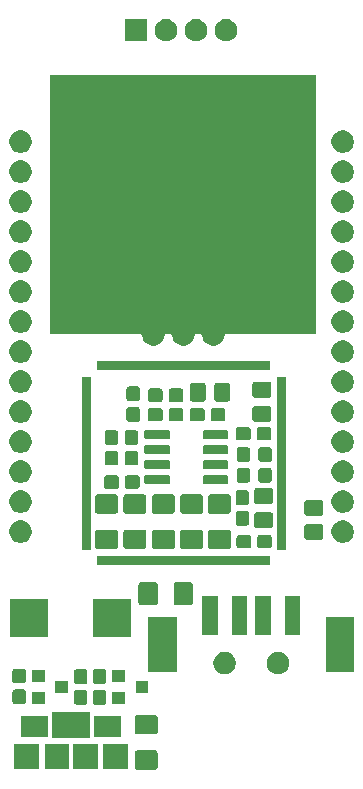
<source format=gbr>
G04 #@! TF.GenerationSoftware,KiCad,Pcbnew,(5.1.6-0-10_14)*
G04 #@! TF.CreationDate,2020-12-22T18:49:04+01:00*
G04 #@! TF.ProjectId,cdm324,63646d33-3234-42e6-9b69-6361645f7063,rev?*
G04 #@! TF.SameCoordinates,Original*
G04 #@! TF.FileFunction,Soldermask,Top*
G04 #@! TF.FilePolarity,Negative*
%FSLAX46Y46*%
G04 Gerber Fmt 4.6, Leading zero omitted, Abs format (unit mm)*
G04 Created by KiCad (PCBNEW (5.1.6-0-10_14)) date 2020-12-22 18:49:04*
%MOMM*%
%LPD*%
G01*
G04 APERTURE LIST*
%ADD10C,0.100000*%
G04 APERTURE END LIST*
D10*
G36*
X97897682Y-130229705D02*
G01*
X97938898Y-130242207D01*
X97976878Y-130262508D01*
X98010170Y-130289830D01*
X98037492Y-130323122D01*
X98057793Y-130361102D01*
X98070295Y-130402318D01*
X98075000Y-130450084D01*
X98075000Y-131624916D01*
X98070295Y-131672682D01*
X98057793Y-131713898D01*
X98037492Y-131751878D01*
X98010170Y-131785170D01*
X97976878Y-131812492D01*
X97938898Y-131832793D01*
X97897682Y-131845295D01*
X97849916Y-131850000D01*
X96350084Y-131850000D01*
X96302318Y-131845295D01*
X96261102Y-131832793D01*
X96223122Y-131812492D01*
X96189830Y-131785170D01*
X96162508Y-131751878D01*
X96142207Y-131713898D01*
X96129705Y-131672682D01*
X96125000Y-131624916D01*
X96125000Y-130450084D01*
X96129705Y-130402318D01*
X96142207Y-130361102D01*
X96162508Y-130323122D01*
X96189830Y-130289830D01*
X96223122Y-130262508D01*
X96261102Y-130242207D01*
X96302318Y-130229705D01*
X96350084Y-130225000D01*
X97849916Y-130225000D01*
X97897682Y-130229705D01*
G37*
G36*
X93000000Y-131800000D02*
G01*
X90900000Y-131800000D01*
X90900000Y-129700000D01*
X93000000Y-129700000D01*
X93000000Y-131800000D01*
G37*
G36*
X90600000Y-131800000D02*
G01*
X88500000Y-131800000D01*
X88500000Y-129700000D01*
X90600000Y-129700000D01*
X90600000Y-131800000D01*
G37*
G36*
X88050000Y-131800000D02*
G01*
X85950000Y-131800000D01*
X85950000Y-129700000D01*
X88050000Y-129700000D01*
X88050000Y-131800000D01*
G37*
G36*
X95550000Y-131800000D02*
G01*
X93450000Y-131800000D01*
X93450000Y-129700000D01*
X95550000Y-129700000D01*
X95550000Y-131800000D01*
G37*
G36*
X92350000Y-129150000D02*
G01*
X89150000Y-129150000D01*
X89150000Y-127000000D01*
X92350000Y-127000000D01*
X92350000Y-129150000D01*
G37*
G36*
X95000000Y-129100000D02*
G01*
X92700000Y-129100000D01*
X92700000Y-127300000D01*
X95000000Y-127300000D01*
X95000000Y-129100000D01*
G37*
G36*
X88800000Y-129100000D02*
G01*
X86500000Y-129100000D01*
X86500000Y-127300000D01*
X88800000Y-127300000D01*
X88800000Y-129100000D01*
G37*
G36*
X97897682Y-127254705D02*
G01*
X97938898Y-127267207D01*
X97976878Y-127287508D01*
X98010170Y-127314830D01*
X98037492Y-127348122D01*
X98057793Y-127386102D01*
X98070295Y-127427318D01*
X98075000Y-127475084D01*
X98075000Y-128649916D01*
X98070295Y-128697682D01*
X98057793Y-128738898D01*
X98037492Y-128776878D01*
X98010170Y-128810170D01*
X97976878Y-128837492D01*
X97938898Y-128857793D01*
X97897682Y-128870295D01*
X97849916Y-128875000D01*
X96350084Y-128875000D01*
X96302318Y-128870295D01*
X96261102Y-128857793D01*
X96223122Y-128837492D01*
X96189830Y-128810170D01*
X96162508Y-128776878D01*
X96142207Y-128738898D01*
X96129705Y-128697682D01*
X96125000Y-128649916D01*
X96125000Y-127475084D01*
X96129705Y-127427318D01*
X96142207Y-127386102D01*
X96162508Y-127348122D01*
X96189830Y-127314830D01*
X96223122Y-127287508D01*
X96261102Y-127267207D01*
X96302318Y-127254705D01*
X96350084Y-127250000D01*
X97849916Y-127250000D01*
X97897682Y-127254705D01*
G37*
G36*
X91933736Y-125105037D02*
G01*
X91978204Y-125118527D01*
X92019177Y-125140427D01*
X92055096Y-125169904D01*
X92084573Y-125205823D01*
X92106473Y-125246796D01*
X92119963Y-125291264D01*
X92125000Y-125342408D01*
X92125000Y-126107592D01*
X92119963Y-126158736D01*
X92106473Y-126203204D01*
X92084573Y-126244177D01*
X92055096Y-126280096D01*
X92019177Y-126309573D01*
X91978204Y-126331473D01*
X91933736Y-126344963D01*
X91882592Y-126350000D01*
X91217408Y-126350000D01*
X91166264Y-126344963D01*
X91121796Y-126331473D01*
X91080823Y-126309573D01*
X91044904Y-126280096D01*
X91015427Y-126244177D01*
X90993527Y-126203204D01*
X90980037Y-126158736D01*
X90975000Y-126107592D01*
X90975000Y-125342408D01*
X90980037Y-125291264D01*
X90993527Y-125246796D01*
X91015427Y-125205823D01*
X91044904Y-125169904D01*
X91080823Y-125140427D01*
X91121796Y-125118527D01*
X91166264Y-125105037D01*
X91217408Y-125100000D01*
X91882592Y-125100000D01*
X91933736Y-125105037D01*
G37*
G36*
X93533736Y-125105037D02*
G01*
X93578204Y-125118527D01*
X93619177Y-125140427D01*
X93655096Y-125169904D01*
X93684573Y-125205823D01*
X93706473Y-125246796D01*
X93719963Y-125291264D01*
X93725000Y-125342408D01*
X93725000Y-126107592D01*
X93719963Y-126158736D01*
X93706473Y-126203204D01*
X93684573Y-126244177D01*
X93655096Y-126280096D01*
X93619177Y-126309573D01*
X93578204Y-126331473D01*
X93533736Y-126344963D01*
X93482592Y-126350000D01*
X92817408Y-126350000D01*
X92766264Y-126344963D01*
X92721796Y-126331473D01*
X92680823Y-126309573D01*
X92644904Y-126280096D01*
X92615427Y-126244177D01*
X92593527Y-126203204D01*
X92580037Y-126158736D01*
X92575000Y-126107592D01*
X92575000Y-125342408D01*
X92580037Y-125291264D01*
X92593527Y-125246796D01*
X92615427Y-125205823D01*
X92644904Y-125169904D01*
X92680823Y-125140427D01*
X92721796Y-125118527D01*
X92766264Y-125105037D01*
X92817408Y-125100000D01*
X93482592Y-125100000D01*
X93533736Y-125105037D01*
G37*
G36*
X95300000Y-126300000D02*
G01*
X94200000Y-126300000D01*
X94200000Y-125300000D01*
X95300000Y-125300000D01*
X95300000Y-126300000D01*
G37*
G36*
X88500000Y-126300000D02*
G01*
X87400000Y-126300000D01*
X87400000Y-125300000D01*
X88500000Y-125300000D01*
X88500000Y-126300000D01*
G37*
G36*
X86733736Y-125055037D02*
G01*
X86778204Y-125068527D01*
X86819177Y-125090427D01*
X86855096Y-125119904D01*
X86884573Y-125155823D01*
X86906473Y-125196796D01*
X86919963Y-125241264D01*
X86925000Y-125292408D01*
X86925000Y-126057592D01*
X86919963Y-126108736D01*
X86906473Y-126153204D01*
X86884573Y-126194177D01*
X86855096Y-126230096D01*
X86819177Y-126259573D01*
X86778204Y-126281473D01*
X86733736Y-126294963D01*
X86682592Y-126300000D01*
X86017408Y-126300000D01*
X85966264Y-126294963D01*
X85921796Y-126281473D01*
X85880823Y-126259573D01*
X85844904Y-126230096D01*
X85815427Y-126194177D01*
X85793527Y-126153204D01*
X85780037Y-126108736D01*
X85775000Y-126057592D01*
X85775000Y-125292408D01*
X85780037Y-125241264D01*
X85793527Y-125196796D01*
X85815427Y-125155823D01*
X85844904Y-125119904D01*
X85880823Y-125090427D01*
X85921796Y-125068527D01*
X85966264Y-125055037D01*
X86017408Y-125050000D01*
X86682592Y-125050000D01*
X86733736Y-125055037D01*
G37*
G36*
X90500000Y-125350000D02*
G01*
X89400000Y-125350000D01*
X89400000Y-124350000D01*
X90500000Y-124350000D01*
X90500000Y-125350000D01*
G37*
G36*
X97300000Y-125350000D02*
G01*
X96200000Y-125350000D01*
X96200000Y-124350000D01*
X97300000Y-124350000D01*
X97300000Y-125350000D01*
G37*
G36*
X91933736Y-123355037D02*
G01*
X91978204Y-123368527D01*
X92019177Y-123390427D01*
X92055096Y-123419904D01*
X92084573Y-123455823D01*
X92106473Y-123496796D01*
X92119963Y-123541264D01*
X92125000Y-123592408D01*
X92125000Y-124357592D01*
X92119963Y-124408736D01*
X92106473Y-124453204D01*
X92084573Y-124494177D01*
X92055096Y-124530096D01*
X92019177Y-124559573D01*
X91978204Y-124581473D01*
X91933736Y-124594963D01*
X91882592Y-124600000D01*
X91217408Y-124600000D01*
X91166264Y-124594963D01*
X91121796Y-124581473D01*
X91080823Y-124559573D01*
X91044904Y-124530096D01*
X91015427Y-124494177D01*
X90993527Y-124453204D01*
X90980037Y-124408736D01*
X90975000Y-124357592D01*
X90975000Y-123592408D01*
X90980037Y-123541264D01*
X90993527Y-123496796D01*
X91015427Y-123455823D01*
X91044904Y-123419904D01*
X91080823Y-123390427D01*
X91121796Y-123368527D01*
X91166264Y-123355037D01*
X91217408Y-123350000D01*
X91882592Y-123350000D01*
X91933736Y-123355037D01*
G37*
G36*
X93533736Y-123355037D02*
G01*
X93578204Y-123368527D01*
X93619177Y-123390427D01*
X93655096Y-123419904D01*
X93684573Y-123455823D01*
X93706473Y-123496796D01*
X93719963Y-123541264D01*
X93725000Y-123592408D01*
X93725000Y-124357592D01*
X93719963Y-124408736D01*
X93706473Y-124453204D01*
X93684573Y-124494177D01*
X93655096Y-124530096D01*
X93619177Y-124559573D01*
X93578204Y-124581473D01*
X93533736Y-124594963D01*
X93482592Y-124600000D01*
X92817408Y-124600000D01*
X92766264Y-124594963D01*
X92721796Y-124581473D01*
X92680823Y-124559573D01*
X92644904Y-124530096D01*
X92615427Y-124494177D01*
X92593527Y-124453204D01*
X92580037Y-124408736D01*
X92575000Y-124357592D01*
X92575000Y-123592408D01*
X92580037Y-123541264D01*
X92593527Y-123496796D01*
X92615427Y-123455823D01*
X92644904Y-123419904D01*
X92680823Y-123390427D01*
X92721796Y-123368527D01*
X92766264Y-123355037D01*
X92817408Y-123350000D01*
X93482592Y-123350000D01*
X93533736Y-123355037D01*
G37*
G36*
X86733736Y-123305037D02*
G01*
X86778204Y-123318527D01*
X86819177Y-123340427D01*
X86855096Y-123369904D01*
X86884573Y-123405823D01*
X86906473Y-123446796D01*
X86919963Y-123491264D01*
X86925000Y-123542408D01*
X86925000Y-124307592D01*
X86919963Y-124358736D01*
X86906473Y-124403204D01*
X86884573Y-124444177D01*
X86855096Y-124480096D01*
X86819177Y-124509573D01*
X86778204Y-124531473D01*
X86733736Y-124544963D01*
X86682592Y-124550000D01*
X86017408Y-124550000D01*
X85966264Y-124544963D01*
X85921796Y-124531473D01*
X85880823Y-124509573D01*
X85844904Y-124480096D01*
X85815427Y-124444177D01*
X85793527Y-124403204D01*
X85780037Y-124358736D01*
X85775000Y-124307592D01*
X85775000Y-123542408D01*
X85780037Y-123491264D01*
X85793527Y-123446796D01*
X85815427Y-123405823D01*
X85844904Y-123369904D01*
X85880823Y-123340427D01*
X85921796Y-123318527D01*
X85966264Y-123305037D01*
X86017408Y-123300000D01*
X86682592Y-123300000D01*
X86733736Y-123305037D01*
G37*
G36*
X88500000Y-124400000D02*
G01*
X87400000Y-124400000D01*
X87400000Y-123400000D01*
X88500000Y-123400000D01*
X88500000Y-124400000D01*
G37*
G36*
X95300000Y-124400000D02*
G01*
X94200000Y-124400000D01*
X94200000Y-123400000D01*
X95300000Y-123400000D01*
X95300000Y-124400000D01*
G37*
G36*
X108527105Y-121926508D02*
G01*
X108699994Y-121998121D01*
X108855590Y-122102087D01*
X108987913Y-122234410D01*
X109091879Y-122390006D01*
X109163492Y-122562895D01*
X109200000Y-122746433D01*
X109200000Y-122933567D01*
X109163492Y-123117105D01*
X109091879Y-123289994D01*
X108987913Y-123445590D01*
X108855590Y-123577913D01*
X108699994Y-123681879D01*
X108527105Y-123753492D01*
X108343567Y-123790000D01*
X108156433Y-123790000D01*
X107972895Y-123753492D01*
X107800006Y-123681879D01*
X107644410Y-123577913D01*
X107512087Y-123445590D01*
X107408121Y-123289994D01*
X107336508Y-123117105D01*
X107300000Y-122933567D01*
X107300000Y-122746433D01*
X107336508Y-122562895D01*
X107408121Y-122390006D01*
X107512087Y-122234410D01*
X107644410Y-122102087D01*
X107800006Y-121998121D01*
X107972895Y-121926508D01*
X108156433Y-121890000D01*
X108343567Y-121890000D01*
X108527105Y-121926508D01*
G37*
G36*
X104027105Y-121926508D02*
G01*
X104199994Y-121998121D01*
X104355590Y-122102087D01*
X104487913Y-122234410D01*
X104591879Y-122390006D01*
X104663492Y-122562895D01*
X104700000Y-122746433D01*
X104700000Y-122933567D01*
X104663492Y-123117105D01*
X104591879Y-123289994D01*
X104487913Y-123445590D01*
X104355590Y-123577913D01*
X104199994Y-123681879D01*
X104027105Y-123753492D01*
X103843567Y-123790000D01*
X103656433Y-123790000D01*
X103472895Y-123753492D01*
X103300006Y-123681879D01*
X103144410Y-123577913D01*
X103012087Y-123445590D01*
X102908121Y-123289994D01*
X102836508Y-123117105D01*
X102800000Y-122933567D01*
X102800000Y-122746433D01*
X102836508Y-122562895D01*
X102908121Y-122390006D01*
X103012087Y-122234410D01*
X103144410Y-122102087D01*
X103300006Y-121998121D01*
X103472895Y-121926508D01*
X103656433Y-121890000D01*
X103843567Y-121890000D01*
X104027105Y-121926508D01*
G37*
G36*
X99700000Y-123600000D02*
G01*
X97300000Y-123600000D01*
X97300000Y-118900000D01*
X99700000Y-118900000D01*
X99700000Y-123600000D01*
G37*
G36*
X114700000Y-123600000D02*
G01*
X112300000Y-123600000D01*
X112300000Y-118900000D01*
X114700000Y-118900000D01*
X114700000Y-123600000D01*
G37*
G36*
X88800000Y-120600000D02*
G01*
X85600000Y-120600000D01*
X85600000Y-117400000D01*
X88800000Y-117400000D01*
X88800000Y-120600000D01*
G37*
G36*
X95800000Y-120600000D02*
G01*
X92600000Y-120600000D01*
X92600000Y-117400000D01*
X95800000Y-117400000D01*
X95800000Y-120600000D01*
G37*
G36*
X103160000Y-120440000D02*
G01*
X101840000Y-120440000D01*
X101840000Y-117160000D01*
X103160000Y-117160000D01*
X103160000Y-120440000D01*
G37*
G36*
X107660000Y-120440000D02*
G01*
X106340000Y-120440000D01*
X106340000Y-117160000D01*
X107660000Y-117160000D01*
X107660000Y-120440000D01*
G37*
G36*
X110160000Y-120440000D02*
G01*
X108840000Y-120440000D01*
X108840000Y-117160000D01*
X110160000Y-117160000D01*
X110160000Y-120440000D01*
G37*
G36*
X105660000Y-120440000D02*
G01*
X104340000Y-120440000D01*
X104340000Y-117160000D01*
X105660000Y-117160000D01*
X105660000Y-120440000D01*
G37*
G36*
X97897682Y-115979705D02*
G01*
X97938898Y-115992207D01*
X97976878Y-116012508D01*
X98010170Y-116039830D01*
X98037492Y-116073122D01*
X98057793Y-116111102D01*
X98070295Y-116152318D01*
X98075000Y-116200084D01*
X98075000Y-117699916D01*
X98070295Y-117747682D01*
X98057793Y-117788898D01*
X98037492Y-117826878D01*
X98010170Y-117860170D01*
X97976878Y-117887492D01*
X97938898Y-117907793D01*
X97897682Y-117920295D01*
X97849916Y-117925000D01*
X96675084Y-117925000D01*
X96627318Y-117920295D01*
X96586102Y-117907793D01*
X96548122Y-117887492D01*
X96514830Y-117860170D01*
X96487508Y-117826878D01*
X96467207Y-117788898D01*
X96454705Y-117747682D01*
X96450000Y-117699916D01*
X96450000Y-116200084D01*
X96454705Y-116152318D01*
X96467207Y-116111102D01*
X96487508Y-116073122D01*
X96514830Y-116039830D01*
X96548122Y-116012508D01*
X96586102Y-115992207D01*
X96627318Y-115979705D01*
X96675084Y-115975000D01*
X97849916Y-115975000D01*
X97897682Y-115979705D01*
G37*
G36*
X100872682Y-115979705D02*
G01*
X100913898Y-115992207D01*
X100951878Y-116012508D01*
X100985170Y-116039830D01*
X101012492Y-116073122D01*
X101032793Y-116111102D01*
X101045295Y-116152318D01*
X101050000Y-116200084D01*
X101050000Y-117699916D01*
X101045295Y-117747682D01*
X101032793Y-117788898D01*
X101012492Y-117826878D01*
X100985170Y-117860170D01*
X100951878Y-117887492D01*
X100913898Y-117907793D01*
X100872682Y-117920295D01*
X100824916Y-117925000D01*
X99650084Y-117925000D01*
X99602318Y-117920295D01*
X99561102Y-117907793D01*
X99523122Y-117887492D01*
X99489830Y-117860170D01*
X99462508Y-117826878D01*
X99442207Y-117788898D01*
X99429705Y-117747682D01*
X99425000Y-117699916D01*
X99425000Y-116200084D01*
X99429705Y-116152318D01*
X99442207Y-116111102D01*
X99462508Y-116073122D01*
X99489830Y-116039830D01*
X99523122Y-116012508D01*
X99561102Y-115992207D01*
X99602318Y-115979705D01*
X99650084Y-115975000D01*
X100824916Y-115975000D01*
X100872682Y-115979705D01*
G37*
G36*
X107623125Y-114505000D02*
G01*
X92976875Y-114505000D01*
X92976875Y-113805000D01*
X107623125Y-113805000D01*
X107623125Y-114505000D01*
G37*
G36*
X108905000Y-113223125D02*
G01*
X108205000Y-113223125D01*
X108205000Y-98576875D01*
X108905000Y-98576875D01*
X108905000Y-113223125D01*
G37*
G36*
X92395000Y-113223125D02*
G01*
X91695000Y-113223125D01*
X91695000Y-98576875D01*
X92395000Y-98576875D01*
X92395000Y-113223125D01*
G37*
G36*
X101747682Y-111529705D02*
G01*
X101788898Y-111542207D01*
X101826878Y-111562508D01*
X101860170Y-111589830D01*
X101887492Y-111623122D01*
X101907793Y-111661102D01*
X101920295Y-111702318D01*
X101925000Y-111750084D01*
X101925000Y-112924916D01*
X101920295Y-112972682D01*
X101907793Y-113013898D01*
X101887492Y-113051878D01*
X101860170Y-113085170D01*
X101826878Y-113112492D01*
X101788898Y-113132793D01*
X101747682Y-113145295D01*
X101699916Y-113150000D01*
X100200084Y-113150000D01*
X100152318Y-113145295D01*
X100111102Y-113132793D01*
X100073122Y-113112492D01*
X100039830Y-113085170D01*
X100012508Y-113051878D01*
X99992207Y-113013898D01*
X99979705Y-112972682D01*
X99975000Y-112924916D01*
X99975000Y-111750084D01*
X99979705Y-111702318D01*
X99992207Y-111661102D01*
X100012508Y-111623122D01*
X100039830Y-111589830D01*
X100073122Y-111562508D01*
X100111102Y-111542207D01*
X100152318Y-111529705D01*
X100200084Y-111525000D01*
X101699916Y-111525000D01*
X101747682Y-111529705D01*
G37*
G36*
X96947682Y-111529705D02*
G01*
X96988898Y-111542207D01*
X97026878Y-111562508D01*
X97060170Y-111589830D01*
X97087492Y-111623122D01*
X97107793Y-111661102D01*
X97120295Y-111702318D01*
X97125000Y-111750084D01*
X97125000Y-112924916D01*
X97120295Y-112972682D01*
X97107793Y-113013898D01*
X97087492Y-113051878D01*
X97060170Y-113085170D01*
X97026878Y-113112492D01*
X96988898Y-113132793D01*
X96947682Y-113145295D01*
X96899916Y-113150000D01*
X95400084Y-113150000D01*
X95352318Y-113145295D01*
X95311102Y-113132793D01*
X95273122Y-113112492D01*
X95239830Y-113085170D01*
X95212508Y-113051878D01*
X95192207Y-113013898D01*
X95179705Y-112972682D01*
X95175000Y-112924916D01*
X95175000Y-111750084D01*
X95179705Y-111702318D01*
X95192207Y-111661102D01*
X95212508Y-111623122D01*
X95239830Y-111589830D01*
X95273122Y-111562508D01*
X95311102Y-111542207D01*
X95352318Y-111529705D01*
X95400084Y-111525000D01*
X96899916Y-111525000D01*
X96947682Y-111529705D01*
G37*
G36*
X104097682Y-111529705D02*
G01*
X104138898Y-111542207D01*
X104176878Y-111562508D01*
X104210170Y-111589830D01*
X104237492Y-111623122D01*
X104257793Y-111661102D01*
X104270295Y-111702318D01*
X104275000Y-111750084D01*
X104275000Y-112924916D01*
X104270295Y-112972682D01*
X104257793Y-113013898D01*
X104237492Y-113051878D01*
X104210170Y-113085170D01*
X104176878Y-113112492D01*
X104138898Y-113132793D01*
X104097682Y-113145295D01*
X104049916Y-113150000D01*
X102550084Y-113150000D01*
X102502318Y-113145295D01*
X102461102Y-113132793D01*
X102423122Y-113112492D01*
X102389830Y-113085170D01*
X102362508Y-113051878D01*
X102342207Y-113013898D01*
X102329705Y-112972682D01*
X102325000Y-112924916D01*
X102325000Y-111750084D01*
X102329705Y-111702318D01*
X102342207Y-111661102D01*
X102362508Y-111623122D01*
X102389830Y-111589830D01*
X102423122Y-111562508D01*
X102461102Y-111542207D01*
X102502318Y-111529705D01*
X102550084Y-111525000D01*
X104049916Y-111525000D01*
X104097682Y-111529705D01*
G37*
G36*
X99347682Y-111529705D02*
G01*
X99388898Y-111542207D01*
X99426878Y-111562508D01*
X99460170Y-111589830D01*
X99487492Y-111623122D01*
X99507793Y-111661102D01*
X99520295Y-111702318D01*
X99525000Y-111750084D01*
X99525000Y-112924916D01*
X99520295Y-112972682D01*
X99507793Y-113013898D01*
X99487492Y-113051878D01*
X99460170Y-113085170D01*
X99426878Y-113112492D01*
X99388898Y-113132793D01*
X99347682Y-113145295D01*
X99299916Y-113150000D01*
X97800084Y-113150000D01*
X97752318Y-113145295D01*
X97711102Y-113132793D01*
X97673122Y-113112492D01*
X97639830Y-113085170D01*
X97612508Y-113051878D01*
X97592207Y-113013898D01*
X97579705Y-112972682D01*
X97575000Y-112924916D01*
X97575000Y-111750084D01*
X97579705Y-111702318D01*
X97592207Y-111661102D01*
X97612508Y-111623122D01*
X97639830Y-111589830D01*
X97673122Y-111562508D01*
X97711102Y-111542207D01*
X97752318Y-111529705D01*
X97800084Y-111525000D01*
X99299916Y-111525000D01*
X99347682Y-111529705D01*
G37*
G36*
X94547682Y-111529705D02*
G01*
X94588898Y-111542207D01*
X94626878Y-111562508D01*
X94660170Y-111589830D01*
X94687492Y-111623122D01*
X94707793Y-111661102D01*
X94720295Y-111702318D01*
X94725000Y-111750084D01*
X94725000Y-112924916D01*
X94720295Y-112972682D01*
X94707793Y-113013898D01*
X94687492Y-113051878D01*
X94660170Y-113085170D01*
X94626878Y-113112492D01*
X94588898Y-113132793D01*
X94547682Y-113145295D01*
X94499916Y-113150000D01*
X93000084Y-113150000D01*
X92952318Y-113145295D01*
X92911102Y-113132793D01*
X92873122Y-113112492D01*
X92839830Y-113085170D01*
X92812508Y-113051878D01*
X92792207Y-113013898D01*
X92779705Y-112972682D01*
X92775000Y-112924916D01*
X92775000Y-111750084D01*
X92779705Y-111702318D01*
X92792207Y-111661102D01*
X92812508Y-111623122D01*
X92839830Y-111589830D01*
X92873122Y-111562508D01*
X92911102Y-111542207D01*
X92952318Y-111529705D01*
X93000084Y-111525000D01*
X94499916Y-111525000D01*
X94547682Y-111529705D01*
G37*
G36*
X107558736Y-111980037D02*
G01*
X107603204Y-111993527D01*
X107644177Y-112015427D01*
X107680096Y-112044904D01*
X107709573Y-112080823D01*
X107731473Y-112121796D01*
X107744963Y-112166264D01*
X107750000Y-112217408D01*
X107750000Y-112882592D01*
X107744963Y-112933736D01*
X107731473Y-112978204D01*
X107709573Y-113019177D01*
X107680096Y-113055096D01*
X107644177Y-113084573D01*
X107603204Y-113106473D01*
X107558736Y-113119963D01*
X107507592Y-113125000D01*
X106742408Y-113125000D01*
X106691264Y-113119963D01*
X106646796Y-113106473D01*
X106605823Y-113084573D01*
X106569904Y-113055096D01*
X106540427Y-113019177D01*
X106518527Y-112978204D01*
X106505037Y-112933736D01*
X106500000Y-112882592D01*
X106500000Y-112217408D01*
X106505037Y-112166264D01*
X106518527Y-112121796D01*
X106540427Y-112080823D01*
X106569904Y-112044904D01*
X106605823Y-112015427D01*
X106646796Y-111993527D01*
X106691264Y-111980037D01*
X106742408Y-111975000D01*
X107507592Y-111975000D01*
X107558736Y-111980037D01*
G37*
G36*
X105808736Y-111980037D02*
G01*
X105853204Y-111993527D01*
X105894177Y-112015427D01*
X105930096Y-112044904D01*
X105959573Y-112080823D01*
X105981473Y-112121796D01*
X105994963Y-112166264D01*
X106000000Y-112217408D01*
X106000000Y-112882592D01*
X105994963Y-112933736D01*
X105981473Y-112978204D01*
X105959573Y-113019177D01*
X105930096Y-113055096D01*
X105894177Y-113084573D01*
X105853204Y-113106473D01*
X105808736Y-113119963D01*
X105757592Y-113125000D01*
X104992408Y-113125000D01*
X104941264Y-113119963D01*
X104896796Y-113106473D01*
X104855823Y-113084573D01*
X104819904Y-113055096D01*
X104790427Y-113019177D01*
X104768527Y-112978204D01*
X104755037Y-112933736D01*
X104750000Y-112882592D01*
X104750000Y-112217408D01*
X104755037Y-112166264D01*
X104768527Y-112121796D01*
X104790427Y-112080823D01*
X104819904Y-112044904D01*
X104855823Y-112015427D01*
X104896796Y-111993527D01*
X104941264Y-111980037D01*
X104992408Y-111975000D01*
X105757592Y-111975000D01*
X105808736Y-111980037D01*
G37*
G36*
X86737105Y-110786508D02*
G01*
X86909994Y-110858121D01*
X87065590Y-110962087D01*
X87197913Y-111094410D01*
X87301879Y-111250006D01*
X87373492Y-111422895D01*
X87410000Y-111606433D01*
X87410000Y-111793567D01*
X87373492Y-111977105D01*
X87301879Y-112149994D01*
X87197913Y-112305590D01*
X87065590Y-112437913D01*
X86909994Y-112541879D01*
X86737105Y-112613492D01*
X86553567Y-112650000D01*
X86366433Y-112650000D01*
X86182895Y-112613492D01*
X86010006Y-112541879D01*
X85854410Y-112437913D01*
X85722087Y-112305590D01*
X85618121Y-112149994D01*
X85546508Y-111977105D01*
X85510000Y-111793567D01*
X85510000Y-111606433D01*
X85546508Y-111422895D01*
X85618121Y-111250006D01*
X85722087Y-111094410D01*
X85854410Y-110962087D01*
X86010006Y-110858121D01*
X86182895Y-110786508D01*
X86366433Y-110750000D01*
X86553567Y-110750000D01*
X86737105Y-110786508D01*
G37*
G36*
X114017105Y-110786508D02*
G01*
X114189994Y-110858121D01*
X114345590Y-110962087D01*
X114477913Y-111094410D01*
X114581879Y-111250006D01*
X114653492Y-111422895D01*
X114690000Y-111606433D01*
X114690000Y-111793567D01*
X114653492Y-111977105D01*
X114581879Y-112149994D01*
X114477913Y-112305590D01*
X114345590Y-112437913D01*
X114189994Y-112541879D01*
X114017105Y-112613492D01*
X113833567Y-112650000D01*
X113646433Y-112650000D01*
X113462895Y-112613492D01*
X113290006Y-112541879D01*
X113134410Y-112437913D01*
X113002087Y-112305590D01*
X112898121Y-112149994D01*
X112826508Y-111977105D01*
X112790000Y-111793567D01*
X112790000Y-111606433D01*
X112826508Y-111422895D01*
X112898121Y-111250006D01*
X113002087Y-111094410D01*
X113134410Y-110962087D01*
X113290006Y-110858121D01*
X113462895Y-110786508D01*
X113646433Y-110750000D01*
X113833567Y-110750000D01*
X114017105Y-110786508D01*
G37*
G36*
X111909179Y-111055028D02*
G01*
X111953540Y-111068485D01*
X111994419Y-111090335D01*
X112030255Y-111119745D01*
X112059665Y-111155581D01*
X112081515Y-111196460D01*
X112094972Y-111240821D01*
X112100000Y-111291873D01*
X112100000Y-112158127D01*
X112094972Y-112209179D01*
X112081515Y-112253540D01*
X112059665Y-112294419D01*
X112030255Y-112330255D01*
X111994419Y-112359665D01*
X111953540Y-112381515D01*
X111909179Y-112394972D01*
X111858127Y-112400000D01*
X110741873Y-112400000D01*
X110690821Y-112394972D01*
X110646460Y-112381515D01*
X110605581Y-112359665D01*
X110569745Y-112330255D01*
X110540335Y-112294419D01*
X110518485Y-112253540D01*
X110505028Y-112209179D01*
X110500000Y-112158127D01*
X110500000Y-111291873D01*
X110505028Y-111240821D01*
X110518485Y-111196460D01*
X110540335Y-111155581D01*
X110569745Y-111119745D01*
X110605581Y-111090335D01*
X110646460Y-111068485D01*
X110690821Y-111055028D01*
X110741873Y-111050000D01*
X111858127Y-111050000D01*
X111909179Y-111055028D01*
G37*
G36*
X107659179Y-110055028D02*
G01*
X107703540Y-110068485D01*
X107744419Y-110090335D01*
X107780255Y-110119745D01*
X107809665Y-110155581D01*
X107831515Y-110196460D01*
X107844972Y-110240821D01*
X107850000Y-110291873D01*
X107850000Y-111158127D01*
X107844972Y-111209179D01*
X107831515Y-111253540D01*
X107809665Y-111294419D01*
X107780255Y-111330255D01*
X107744419Y-111359665D01*
X107703540Y-111381515D01*
X107659179Y-111394972D01*
X107608127Y-111400000D01*
X106491873Y-111400000D01*
X106440821Y-111394972D01*
X106396460Y-111381515D01*
X106355581Y-111359665D01*
X106319745Y-111330255D01*
X106290335Y-111294419D01*
X106268485Y-111253540D01*
X106255028Y-111209179D01*
X106250000Y-111158127D01*
X106250000Y-110291873D01*
X106255028Y-110240821D01*
X106268485Y-110196460D01*
X106290335Y-110155581D01*
X106319745Y-110119745D01*
X106355581Y-110090335D01*
X106396460Y-110068485D01*
X106440821Y-110055028D01*
X106491873Y-110050000D01*
X107608127Y-110050000D01*
X107659179Y-110055028D01*
G37*
G36*
X105633736Y-109955037D02*
G01*
X105678204Y-109968527D01*
X105719177Y-109990427D01*
X105755096Y-110019904D01*
X105784573Y-110055823D01*
X105806473Y-110096796D01*
X105819963Y-110141264D01*
X105825000Y-110192408D01*
X105825000Y-110957592D01*
X105819963Y-111008736D01*
X105806473Y-111053204D01*
X105784573Y-111094177D01*
X105755096Y-111130096D01*
X105719177Y-111159573D01*
X105678204Y-111181473D01*
X105633736Y-111194963D01*
X105582592Y-111200000D01*
X104917408Y-111200000D01*
X104866264Y-111194963D01*
X104821796Y-111181473D01*
X104780823Y-111159573D01*
X104744904Y-111130096D01*
X104715427Y-111094177D01*
X104693527Y-111053204D01*
X104680037Y-111008736D01*
X104675000Y-110957592D01*
X104675000Y-110192408D01*
X104680037Y-110141264D01*
X104693527Y-110096796D01*
X104715427Y-110055823D01*
X104744904Y-110019904D01*
X104780823Y-109990427D01*
X104821796Y-109968527D01*
X104866264Y-109955037D01*
X104917408Y-109950000D01*
X105582592Y-109950000D01*
X105633736Y-109955037D01*
G37*
G36*
X111909179Y-109005028D02*
G01*
X111953540Y-109018485D01*
X111994419Y-109040335D01*
X112030255Y-109069745D01*
X112059665Y-109105581D01*
X112081515Y-109146460D01*
X112094972Y-109190821D01*
X112100000Y-109241873D01*
X112100000Y-110108127D01*
X112094972Y-110159179D01*
X112081515Y-110203540D01*
X112059665Y-110244419D01*
X112030255Y-110280255D01*
X111994419Y-110309665D01*
X111953540Y-110331515D01*
X111909179Y-110344972D01*
X111858127Y-110350000D01*
X110741873Y-110350000D01*
X110690821Y-110344972D01*
X110646460Y-110331515D01*
X110605581Y-110309665D01*
X110569745Y-110280255D01*
X110540335Y-110244419D01*
X110518485Y-110203540D01*
X110505028Y-110159179D01*
X110500000Y-110108127D01*
X110500000Y-109241873D01*
X110505028Y-109190821D01*
X110518485Y-109146460D01*
X110540335Y-109105581D01*
X110569745Y-109069745D01*
X110605581Y-109040335D01*
X110646460Y-109018485D01*
X110690821Y-109005028D01*
X110741873Y-109000000D01*
X111858127Y-109000000D01*
X111909179Y-109005028D01*
G37*
G36*
X94547682Y-108554705D02*
G01*
X94588898Y-108567207D01*
X94626878Y-108587508D01*
X94660170Y-108614830D01*
X94687492Y-108648122D01*
X94707793Y-108686102D01*
X94720295Y-108727318D01*
X94725000Y-108775084D01*
X94725000Y-109949916D01*
X94720295Y-109997682D01*
X94707793Y-110038898D01*
X94687492Y-110076878D01*
X94660170Y-110110170D01*
X94626878Y-110137492D01*
X94588898Y-110157793D01*
X94547682Y-110170295D01*
X94499916Y-110175000D01*
X93000084Y-110175000D01*
X92952318Y-110170295D01*
X92911102Y-110157793D01*
X92873122Y-110137492D01*
X92839830Y-110110170D01*
X92812508Y-110076878D01*
X92792207Y-110038898D01*
X92779705Y-109997682D01*
X92775000Y-109949916D01*
X92775000Y-108775084D01*
X92779705Y-108727318D01*
X92792207Y-108686102D01*
X92812508Y-108648122D01*
X92839830Y-108614830D01*
X92873122Y-108587508D01*
X92911102Y-108567207D01*
X92952318Y-108554705D01*
X93000084Y-108550000D01*
X94499916Y-108550000D01*
X94547682Y-108554705D01*
G37*
G36*
X104097682Y-108554705D02*
G01*
X104138898Y-108567207D01*
X104176878Y-108587508D01*
X104210170Y-108614830D01*
X104237492Y-108648122D01*
X104257793Y-108686102D01*
X104270295Y-108727318D01*
X104275000Y-108775084D01*
X104275000Y-109949916D01*
X104270295Y-109997682D01*
X104257793Y-110038898D01*
X104237492Y-110076878D01*
X104210170Y-110110170D01*
X104176878Y-110137492D01*
X104138898Y-110157793D01*
X104097682Y-110170295D01*
X104049916Y-110175000D01*
X102550084Y-110175000D01*
X102502318Y-110170295D01*
X102461102Y-110157793D01*
X102423122Y-110137492D01*
X102389830Y-110110170D01*
X102362508Y-110076878D01*
X102342207Y-110038898D01*
X102329705Y-109997682D01*
X102325000Y-109949916D01*
X102325000Y-108775084D01*
X102329705Y-108727318D01*
X102342207Y-108686102D01*
X102362508Y-108648122D01*
X102389830Y-108614830D01*
X102423122Y-108587508D01*
X102461102Y-108567207D01*
X102502318Y-108554705D01*
X102550084Y-108550000D01*
X104049916Y-108550000D01*
X104097682Y-108554705D01*
G37*
G36*
X101747682Y-108554705D02*
G01*
X101788898Y-108567207D01*
X101826878Y-108587508D01*
X101860170Y-108614830D01*
X101887492Y-108648122D01*
X101907793Y-108686102D01*
X101920295Y-108727318D01*
X101925000Y-108775084D01*
X101925000Y-109949916D01*
X101920295Y-109997682D01*
X101907793Y-110038898D01*
X101887492Y-110076878D01*
X101860170Y-110110170D01*
X101826878Y-110137492D01*
X101788898Y-110157793D01*
X101747682Y-110170295D01*
X101699916Y-110175000D01*
X100200084Y-110175000D01*
X100152318Y-110170295D01*
X100111102Y-110157793D01*
X100073122Y-110137492D01*
X100039830Y-110110170D01*
X100012508Y-110076878D01*
X99992207Y-110038898D01*
X99979705Y-109997682D01*
X99975000Y-109949916D01*
X99975000Y-108775084D01*
X99979705Y-108727318D01*
X99992207Y-108686102D01*
X100012508Y-108648122D01*
X100039830Y-108614830D01*
X100073122Y-108587508D01*
X100111102Y-108567207D01*
X100152318Y-108554705D01*
X100200084Y-108550000D01*
X101699916Y-108550000D01*
X101747682Y-108554705D01*
G37*
G36*
X99347682Y-108554705D02*
G01*
X99388898Y-108567207D01*
X99426878Y-108587508D01*
X99460170Y-108614830D01*
X99487492Y-108648122D01*
X99507793Y-108686102D01*
X99520295Y-108727318D01*
X99525000Y-108775084D01*
X99525000Y-109949916D01*
X99520295Y-109997682D01*
X99507793Y-110038898D01*
X99487492Y-110076878D01*
X99460170Y-110110170D01*
X99426878Y-110137492D01*
X99388898Y-110157793D01*
X99347682Y-110170295D01*
X99299916Y-110175000D01*
X97800084Y-110175000D01*
X97752318Y-110170295D01*
X97711102Y-110157793D01*
X97673122Y-110137492D01*
X97639830Y-110110170D01*
X97612508Y-110076878D01*
X97592207Y-110038898D01*
X97579705Y-109997682D01*
X97575000Y-109949916D01*
X97575000Y-108775084D01*
X97579705Y-108727318D01*
X97592207Y-108686102D01*
X97612508Y-108648122D01*
X97639830Y-108614830D01*
X97673122Y-108587508D01*
X97711102Y-108567207D01*
X97752318Y-108554705D01*
X97800084Y-108550000D01*
X99299916Y-108550000D01*
X99347682Y-108554705D01*
G37*
G36*
X96947682Y-108554705D02*
G01*
X96988898Y-108567207D01*
X97026878Y-108587508D01*
X97060170Y-108614830D01*
X97087492Y-108648122D01*
X97107793Y-108686102D01*
X97120295Y-108727318D01*
X97125000Y-108775084D01*
X97125000Y-109949916D01*
X97120295Y-109997682D01*
X97107793Y-110038898D01*
X97087492Y-110076878D01*
X97060170Y-110110170D01*
X97026878Y-110137492D01*
X96988898Y-110157793D01*
X96947682Y-110170295D01*
X96899916Y-110175000D01*
X95400084Y-110175000D01*
X95352318Y-110170295D01*
X95311102Y-110157793D01*
X95273122Y-110137492D01*
X95239830Y-110110170D01*
X95212508Y-110076878D01*
X95192207Y-110038898D01*
X95179705Y-109997682D01*
X95175000Y-109949916D01*
X95175000Y-108775084D01*
X95179705Y-108727318D01*
X95192207Y-108686102D01*
X95212508Y-108648122D01*
X95239830Y-108614830D01*
X95273122Y-108587508D01*
X95311102Y-108567207D01*
X95352318Y-108554705D01*
X95400084Y-108550000D01*
X96899916Y-108550000D01*
X96947682Y-108554705D01*
G37*
G36*
X86737105Y-108246508D02*
G01*
X86909994Y-108318121D01*
X87065590Y-108422087D01*
X87197913Y-108554410D01*
X87301879Y-108710006D01*
X87373492Y-108882895D01*
X87410000Y-109066433D01*
X87410000Y-109253567D01*
X87373492Y-109437105D01*
X87301879Y-109609994D01*
X87197913Y-109765590D01*
X87065590Y-109897913D01*
X86909994Y-110001879D01*
X86737105Y-110073492D01*
X86553567Y-110110000D01*
X86366433Y-110110000D01*
X86182895Y-110073492D01*
X86010006Y-110001879D01*
X85854410Y-109897913D01*
X85722087Y-109765590D01*
X85618121Y-109609994D01*
X85546508Y-109437105D01*
X85510000Y-109253567D01*
X85510000Y-109066433D01*
X85546508Y-108882895D01*
X85618121Y-108710006D01*
X85722087Y-108554410D01*
X85854410Y-108422087D01*
X86010006Y-108318121D01*
X86182895Y-108246508D01*
X86366433Y-108210000D01*
X86553567Y-108210000D01*
X86737105Y-108246508D01*
G37*
G36*
X114017105Y-108246508D02*
G01*
X114189994Y-108318121D01*
X114345590Y-108422087D01*
X114477913Y-108554410D01*
X114581879Y-108710006D01*
X114653492Y-108882895D01*
X114690000Y-109066433D01*
X114690000Y-109253567D01*
X114653492Y-109437105D01*
X114581879Y-109609994D01*
X114477913Y-109765590D01*
X114345590Y-109897913D01*
X114189994Y-110001879D01*
X114017105Y-110073492D01*
X113833567Y-110110000D01*
X113646433Y-110110000D01*
X113462895Y-110073492D01*
X113290006Y-110001879D01*
X113134410Y-109897913D01*
X113002087Y-109765590D01*
X112898121Y-109609994D01*
X112826508Y-109437105D01*
X112790000Y-109253567D01*
X112790000Y-109066433D01*
X112826508Y-108882895D01*
X112898121Y-108710006D01*
X113002087Y-108554410D01*
X113134410Y-108422087D01*
X113290006Y-108318121D01*
X113462895Y-108246508D01*
X113646433Y-108210000D01*
X113833567Y-108210000D01*
X114017105Y-108246508D01*
G37*
G36*
X105633736Y-108205037D02*
G01*
X105678204Y-108218527D01*
X105719177Y-108240427D01*
X105755096Y-108269904D01*
X105784573Y-108305823D01*
X105806473Y-108346796D01*
X105819963Y-108391264D01*
X105825000Y-108442408D01*
X105825000Y-109207592D01*
X105819963Y-109258736D01*
X105806473Y-109303204D01*
X105784573Y-109344177D01*
X105755096Y-109380096D01*
X105719177Y-109409573D01*
X105678204Y-109431473D01*
X105633736Y-109444963D01*
X105582592Y-109450000D01*
X104917408Y-109450000D01*
X104866264Y-109444963D01*
X104821796Y-109431473D01*
X104780823Y-109409573D01*
X104744904Y-109380096D01*
X104715427Y-109344177D01*
X104693527Y-109303204D01*
X104680037Y-109258736D01*
X104675000Y-109207592D01*
X104675000Y-108442408D01*
X104680037Y-108391264D01*
X104693527Y-108346796D01*
X104715427Y-108305823D01*
X104744904Y-108269904D01*
X104780823Y-108240427D01*
X104821796Y-108218527D01*
X104866264Y-108205037D01*
X104917408Y-108200000D01*
X105582592Y-108200000D01*
X105633736Y-108205037D01*
G37*
G36*
X107659179Y-108005028D02*
G01*
X107703540Y-108018485D01*
X107744419Y-108040335D01*
X107780255Y-108069745D01*
X107809665Y-108105581D01*
X107831515Y-108146460D01*
X107844972Y-108190821D01*
X107850000Y-108241873D01*
X107850000Y-109108127D01*
X107844972Y-109159179D01*
X107831515Y-109203540D01*
X107809665Y-109244419D01*
X107780255Y-109280255D01*
X107744419Y-109309665D01*
X107703540Y-109331515D01*
X107659179Y-109344972D01*
X107608127Y-109350000D01*
X106491873Y-109350000D01*
X106440821Y-109344972D01*
X106396460Y-109331515D01*
X106355581Y-109309665D01*
X106319745Y-109280255D01*
X106290335Y-109244419D01*
X106268485Y-109203540D01*
X106255028Y-109159179D01*
X106250000Y-109108127D01*
X106250000Y-108241873D01*
X106255028Y-108190821D01*
X106268485Y-108146460D01*
X106290335Y-108105581D01*
X106319745Y-108069745D01*
X106355581Y-108040335D01*
X106396460Y-108018485D01*
X106440821Y-108005028D01*
X106491873Y-108000000D01*
X107608127Y-108000000D01*
X107659179Y-108005028D01*
G37*
G36*
X94608736Y-106930037D02*
G01*
X94653204Y-106943527D01*
X94694177Y-106965427D01*
X94730096Y-106994904D01*
X94759573Y-107030823D01*
X94781473Y-107071796D01*
X94794963Y-107116264D01*
X94800000Y-107167408D01*
X94800000Y-107832592D01*
X94794963Y-107883736D01*
X94781473Y-107928204D01*
X94759573Y-107969177D01*
X94730096Y-108005096D01*
X94694177Y-108034573D01*
X94653204Y-108056473D01*
X94608736Y-108069963D01*
X94557592Y-108075000D01*
X93792408Y-108075000D01*
X93741264Y-108069963D01*
X93696796Y-108056473D01*
X93655823Y-108034573D01*
X93619904Y-108005096D01*
X93590427Y-107969177D01*
X93568527Y-107928204D01*
X93555037Y-107883736D01*
X93550000Y-107832592D01*
X93550000Y-107167408D01*
X93555037Y-107116264D01*
X93568527Y-107071796D01*
X93590427Y-107030823D01*
X93619904Y-106994904D01*
X93655823Y-106965427D01*
X93696796Y-106943527D01*
X93741264Y-106930037D01*
X93792408Y-106925000D01*
X94557592Y-106925000D01*
X94608736Y-106930037D01*
G37*
G36*
X96358736Y-106930037D02*
G01*
X96403204Y-106943527D01*
X96444177Y-106965427D01*
X96480096Y-106994904D01*
X96509573Y-107030823D01*
X96531473Y-107071796D01*
X96544963Y-107116264D01*
X96550000Y-107167408D01*
X96550000Y-107832592D01*
X96544963Y-107883736D01*
X96531473Y-107928204D01*
X96509573Y-107969177D01*
X96480096Y-108005096D01*
X96444177Y-108034573D01*
X96403204Y-108056473D01*
X96358736Y-108069963D01*
X96307592Y-108075000D01*
X95542408Y-108075000D01*
X95491264Y-108069963D01*
X95446796Y-108056473D01*
X95405823Y-108034573D01*
X95369904Y-108005096D01*
X95340427Y-107969177D01*
X95318527Y-107928204D01*
X95305037Y-107883736D01*
X95300000Y-107832592D01*
X95300000Y-107167408D01*
X95305037Y-107116264D01*
X95318527Y-107071796D01*
X95340427Y-107030823D01*
X95369904Y-106994904D01*
X95405823Y-106965427D01*
X95446796Y-106943527D01*
X95491264Y-106930037D01*
X95542408Y-106925000D01*
X96307592Y-106925000D01*
X96358736Y-106930037D01*
G37*
G36*
X98979167Y-106908356D02*
G01*
X99007217Y-106916865D01*
X99033067Y-106930682D01*
X99055724Y-106949276D01*
X99074318Y-106971933D01*
X99088135Y-106997783D01*
X99096644Y-107025833D01*
X99100000Y-107059909D01*
X99100000Y-107550091D01*
X99096644Y-107584167D01*
X99088135Y-107612217D01*
X99074318Y-107638067D01*
X99055724Y-107660724D01*
X99033067Y-107679318D01*
X99007217Y-107693135D01*
X98979167Y-107701644D01*
X98945091Y-107705000D01*
X97104909Y-107705000D01*
X97070833Y-107701644D01*
X97042783Y-107693135D01*
X97016933Y-107679318D01*
X96994276Y-107660724D01*
X96975682Y-107638067D01*
X96961865Y-107612217D01*
X96953356Y-107584167D01*
X96950000Y-107550091D01*
X96950000Y-107059909D01*
X96953356Y-107025833D01*
X96961865Y-106997783D01*
X96975682Y-106971933D01*
X96994276Y-106949276D01*
X97016933Y-106930682D01*
X97042783Y-106916865D01*
X97070833Y-106908356D01*
X97104909Y-106905000D01*
X98945091Y-106905000D01*
X98979167Y-106908356D01*
G37*
G36*
X103929167Y-106908356D02*
G01*
X103957217Y-106916865D01*
X103983067Y-106930682D01*
X104005724Y-106949276D01*
X104024318Y-106971933D01*
X104038135Y-106997783D01*
X104046644Y-107025833D01*
X104050000Y-107059909D01*
X104050000Y-107550091D01*
X104046644Y-107584167D01*
X104038135Y-107612217D01*
X104024318Y-107638067D01*
X104005724Y-107660724D01*
X103983067Y-107679318D01*
X103957217Y-107693135D01*
X103929167Y-107701644D01*
X103895091Y-107705000D01*
X102054909Y-107705000D01*
X102020833Y-107701644D01*
X101992783Y-107693135D01*
X101966933Y-107679318D01*
X101944276Y-107660724D01*
X101925682Y-107638067D01*
X101911865Y-107612217D01*
X101903356Y-107584167D01*
X101900000Y-107550091D01*
X101900000Y-107059909D01*
X101903356Y-107025833D01*
X101911865Y-106997783D01*
X101925682Y-106971933D01*
X101944276Y-106949276D01*
X101966933Y-106930682D01*
X101992783Y-106916865D01*
X102020833Y-106908356D01*
X102054909Y-106905000D01*
X103895091Y-106905000D01*
X103929167Y-106908356D01*
G37*
G36*
X114017105Y-105706508D02*
G01*
X114189994Y-105778121D01*
X114345590Y-105882087D01*
X114477913Y-106014410D01*
X114581879Y-106170006D01*
X114653492Y-106342895D01*
X114690000Y-106526433D01*
X114690000Y-106713567D01*
X114653492Y-106897105D01*
X114581879Y-107069994D01*
X114477913Y-107225590D01*
X114345590Y-107357913D01*
X114189994Y-107461879D01*
X114017105Y-107533492D01*
X113833567Y-107570000D01*
X113646433Y-107570000D01*
X113462895Y-107533492D01*
X113290006Y-107461879D01*
X113134410Y-107357913D01*
X113002087Y-107225590D01*
X112898121Y-107069994D01*
X112826508Y-106897105D01*
X112790000Y-106713567D01*
X112790000Y-106526433D01*
X112826508Y-106342895D01*
X112898121Y-106170006D01*
X113002087Y-106014410D01*
X113134410Y-105882087D01*
X113290006Y-105778121D01*
X113462895Y-105706508D01*
X113646433Y-105670000D01*
X113833567Y-105670000D01*
X114017105Y-105706508D01*
G37*
G36*
X86737105Y-105706508D02*
G01*
X86909994Y-105778121D01*
X87065590Y-105882087D01*
X87197913Y-106014410D01*
X87301879Y-106170006D01*
X87373492Y-106342895D01*
X87410000Y-106526433D01*
X87410000Y-106713567D01*
X87373492Y-106897105D01*
X87301879Y-107069994D01*
X87197913Y-107225590D01*
X87065590Y-107357913D01*
X86909994Y-107461879D01*
X86737105Y-107533492D01*
X86553567Y-107570000D01*
X86366433Y-107570000D01*
X86182895Y-107533492D01*
X86010006Y-107461879D01*
X85854410Y-107357913D01*
X85722087Y-107225590D01*
X85618121Y-107069994D01*
X85546508Y-106897105D01*
X85510000Y-106713567D01*
X85510000Y-106526433D01*
X85546508Y-106342895D01*
X85618121Y-106170006D01*
X85722087Y-106014410D01*
X85854410Y-105882087D01*
X86010006Y-105778121D01*
X86182895Y-105706508D01*
X86366433Y-105670000D01*
X86553567Y-105670000D01*
X86737105Y-105706508D01*
G37*
G36*
X107553736Y-106305037D02*
G01*
X107598204Y-106318527D01*
X107639177Y-106340427D01*
X107675096Y-106369904D01*
X107704573Y-106405823D01*
X107726473Y-106446796D01*
X107739963Y-106491264D01*
X107745000Y-106542408D01*
X107745000Y-107307592D01*
X107739963Y-107358736D01*
X107726473Y-107403204D01*
X107704573Y-107444177D01*
X107675096Y-107480096D01*
X107639177Y-107509573D01*
X107598204Y-107531473D01*
X107553736Y-107544963D01*
X107502592Y-107550000D01*
X106837408Y-107550000D01*
X106786264Y-107544963D01*
X106741796Y-107531473D01*
X106700823Y-107509573D01*
X106664904Y-107480096D01*
X106635427Y-107444177D01*
X106613527Y-107403204D01*
X106600037Y-107358736D01*
X106595000Y-107307592D01*
X106595000Y-106542408D01*
X106600037Y-106491264D01*
X106613527Y-106446796D01*
X106635427Y-106405823D01*
X106664904Y-106369904D01*
X106700823Y-106340427D01*
X106741796Y-106318527D01*
X106786264Y-106305037D01*
X106837408Y-106300000D01*
X107502592Y-106300000D01*
X107553736Y-106305037D01*
G37*
G36*
X105713736Y-106305037D02*
G01*
X105758204Y-106318527D01*
X105799177Y-106340427D01*
X105835096Y-106369904D01*
X105864573Y-106405823D01*
X105886473Y-106446796D01*
X105899963Y-106491264D01*
X105905000Y-106542408D01*
X105905000Y-107307592D01*
X105899963Y-107358736D01*
X105886473Y-107403204D01*
X105864573Y-107444177D01*
X105835096Y-107480096D01*
X105799177Y-107509573D01*
X105758204Y-107531473D01*
X105713736Y-107544963D01*
X105662592Y-107550000D01*
X104997408Y-107550000D01*
X104946264Y-107544963D01*
X104901796Y-107531473D01*
X104860823Y-107509573D01*
X104824904Y-107480096D01*
X104795427Y-107444177D01*
X104773527Y-107403204D01*
X104760037Y-107358736D01*
X104755000Y-107307592D01*
X104755000Y-106542408D01*
X104760037Y-106491264D01*
X104773527Y-106446796D01*
X104795427Y-106405823D01*
X104824904Y-106369904D01*
X104860823Y-106340427D01*
X104901796Y-106318527D01*
X104946264Y-106305037D01*
X104997408Y-106300000D01*
X105662592Y-106300000D01*
X105713736Y-106305037D01*
G37*
G36*
X103929167Y-105638356D02*
G01*
X103957217Y-105646865D01*
X103983067Y-105660682D01*
X104005724Y-105679276D01*
X104024318Y-105701933D01*
X104038135Y-105727783D01*
X104046644Y-105755833D01*
X104050000Y-105789909D01*
X104050000Y-106280091D01*
X104046644Y-106314167D01*
X104038135Y-106342217D01*
X104024318Y-106368067D01*
X104005724Y-106390724D01*
X103983067Y-106409318D01*
X103957217Y-106423135D01*
X103929167Y-106431644D01*
X103895091Y-106435000D01*
X102054909Y-106435000D01*
X102020833Y-106431644D01*
X101992783Y-106423135D01*
X101966933Y-106409318D01*
X101944276Y-106390724D01*
X101925682Y-106368067D01*
X101911865Y-106342217D01*
X101903356Y-106314167D01*
X101900000Y-106280091D01*
X101900000Y-105789909D01*
X101903356Y-105755833D01*
X101911865Y-105727783D01*
X101925682Y-105701933D01*
X101944276Y-105679276D01*
X101966933Y-105660682D01*
X101992783Y-105646865D01*
X102020833Y-105638356D01*
X102054909Y-105635000D01*
X103895091Y-105635000D01*
X103929167Y-105638356D01*
G37*
G36*
X98979167Y-105638356D02*
G01*
X99007217Y-105646865D01*
X99033067Y-105660682D01*
X99055724Y-105679276D01*
X99074318Y-105701933D01*
X99088135Y-105727783D01*
X99096644Y-105755833D01*
X99100000Y-105789909D01*
X99100000Y-106280091D01*
X99096644Y-106314167D01*
X99088135Y-106342217D01*
X99074318Y-106368067D01*
X99055724Y-106390724D01*
X99033067Y-106409318D01*
X99007217Y-106423135D01*
X98979167Y-106431644D01*
X98945091Y-106435000D01*
X97104909Y-106435000D01*
X97070833Y-106431644D01*
X97042783Y-106423135D01*
X97016933Y-106409318D01*
X96994276Y-106390724D01*
X96975682Y-106368067D01*
X96961865Y-106342217D01*
X96953356Y-106314167D01*
X96950000Y-106280091D01*
X96950000Y-105789909D01*
X96953356Y-105755833D01*
X96961865Y-105727783D01*
X96975682Y-105701933D01*
X96994276Y-105679276D01*
X97016933Y-105660682D01*
X97042783Y-105646865D01*
X97070833Y-105638356D01*
X97104909Y-105635000D01*
X98945091Y-105635000D01*
X98979167Y-105638356D01*
G37*
G36*
X94533736Y-104855037D02*
G01*
X94578204Y-104868527D01*
X94619177Y-104890427D01*
X94655096Y-104919904D01*
X94684573Y-104955823D01*
X94706473Y-104996796D01*
X94719963Y-105041264D01*
X94725000Y-105092408D01*
X94725000Y-105857592D01*
X94719963Y-105908736D01*
X94706473Y-105953204D01*
X94684573Y-105994177D01*
X94655096Y-106030096D01*
X94619177Y-106059573D01*
X94578204Y-106081473D01*
X94533736Y-106094963D01*
X94482592Y-106100000D01*
X93817408Y-106100000D01*
X93766264Y-106094963D01*
X93721796Y-106081473D01*
X93680823Y-106059573D01*
X93644904Y-106030096D01*
X93615427Y-105994177D01*
X93593527Y-105953204D01*
X93580037Y-105908736D01*
X93575000Y-105857592D01*
X93575000Y-105092408D01*
X93580037Y-105041264D01*
X93593527Y-104996796D01*
X93615427Y-104955823D01*
X93644904Y-104919904D01*
X93680823Y-104890427D01*
X93721796Y-104868527D01*
X93766264Y-104855037D01*
X93817408Y-104850000D01*
X94482592Y-104850000D01*
X94533736Y-104855037D01*
G37*
G36*
X96233736Y-104855037D02*
G01*
X96278204Y-104868527D01*
X96319177Y-104890427D01*
X96355096Y-104919904D01*
X96384573Y-104955823D01*
X96406473Y-104996796D01*
X96419963Y-105041264D01*
X96425000Y-105092408D01*
X96425000Y-105857592D01*
X96419963Y-105908736D01*
X96406473Y-105953204D01*
X96384573Y-105994177D01*
X96355096Y-106030096D01*
X96319177Y-106059573D01*
X96278204Y-106081473D01*
X96233736Y-106094963D01*
X96182592Y-106100000D01*
X95517408Y-106100000D01*
X95466264Y-106094963D01*
X95421796Y-106081473D01*
X95380823Y-106059573D01*
X95344904Y-106030096D01*
X95315427Y-105994177D01*
X95293527Y-105953204D01*
X95280037Y-105908736D01*
X95275000Y-105857592D01*
X95275000Y-105092408D01*
X95280037Y-105041264D01*
X95293527Y-104996796D01*
X95315427Y-104955823D01*
X95344904Y-104919904D01*
X95380823Y-104890427D01*
X95421796Y-104868527D01*
X95466264Y-104855037D01*
X95517408Y-104850000D01*
X96182592Y-104850000D01*
X96233736Y-104855037D01*
G37*
G36*
X107553736Y-104555037D02*
G01*
X107598204Y-104568527D01*
X107639177Y-104590427D01*
X107675096Y-104619904D01*
X107704573Y-104655823D01*
X107726473Y-104696796D01*
X107739963Y-104741264D01*
X107745000Y-104792408D01*
X107745000Y-105557592D01*
X107739963Y-105608736D01*
X107726473Y-105653204D01*
X107704573Y-105694177D01*
X107675096Y-105730096D01*
X107639177Y-105759573D01*
X107598204Y-105781473D01*
X107553736Y-105794963D01*
X107502592Y-105800000D01*
X106837408Y-105800000D01*
X106786264Y-105794963D01*
X106741796Y-105781473D01*
X106700823Y-105759573D01*
X106664904Y-105730096D01*
X106635427Y-105694177D01*
X106613527Y-105653204D01*
X106600037Y-105608736D01*
X106595000Y-105557592D01*
X106595000Y-104792408D01*
X106600037Y-104741264D01*
X106613527Y-104696796D01*
X106635427Y-104655823D01*
X106664904Y-104619904D01*
X106700823Y-104590427D01*
X106741796Y-104568527D01*
X106786264Y-104555037D01*
X106837408Y-104550000D01*
X107502592Y-104550000D01*
X107553736Y-104555037D01*
G37*
G36*
X105713736Y-104555037D02*
G01*
X105758204Y-104568527D01*
X105799177Y-104590427D01*
X105835096Y-104619904D01*
X105864573Y-104655823D01*
X105886473Y-104696796D01*
X105899963Y-104741264D01*
X105905000Y-104792408D01*
X105905000Y-105557592D01*
X105899963Y-105608736D01*
X105886473Y-105653204D01*
X105864573Y-105694177D01*
X105835096Y-105730096D01*
X105799177Y-105759573D01*
X105758204Y-105781473D01*
X105713736Y-105794963D01*
X105662592Y-105800000D01*
X104997408Y-105800000D01*
X104946264Y-105794963D01*
X104901796Y-105781473D01*
X104860823Y-105759573D01*
X104824904Y-105730096D01*
X104795427Y-105694177D01*
X104773527Y-105653204D01*
X104760037Y-105608736D01*
X104755000Y-105557592D01*
X104755000Y-104792408D01*
X104760037Y-104741264D01*
X104773527Y-104696796D01*
X104795427Y-104655823D01*
X104824904Y-104619904D01*
X104860823Y-104590427D01*
X104901796Y-104568527D01*
X104946264Y-104555037D01*
X104997408Y-104550000D01*
X105662592Y-104550000D01*
X105713736Y-104555037D01*
G37*
G36*
X103929167Y-104368356D02*
G01*
X103957217Y-104376865D01*
X103983067Y-104390682D01*
X104005724Y-104409276D01*
X104024318Y-104431933D01*
X104038135Y-104457783D01*
X104046644Y-104485833D01*
X104050000Y-104519909D01*
X104050000Y-105010091D01*
X104046644Y-105044167D01*
X104038135Y-105072217D01*
X104024318Y-105098067D01*
X104005724Y-105120724D01*
X103983067Y-105139318D01*
X103957217Y-105153135D01*
X103929167Y-105161644D01*
X103895091Y-105165000D01*
X102054909Y-105165000D01*
X102020833Y-105161644D01*
X101992783Y-105153135D01*
X101966933Y-105139318D01*
X101944276Y-105120724D01*
X101925682Y-105098067D01*
X101911865Y-105072217D01*
X101903356Y-105044167D01*
X101900000Y-105010091D01*
X101900000Y-104519909D01*
X101903356Y-104485833D01*
X101911865Y-104457783D01*
X101925682Y-104431933D01*
X101944276Y-104409276D01*
X101966933Y-104390682D01*
X101992783Y-104376865D01*
X102020833Y-104368356D01*
X102054909Y-104365000D01*
X103895091Y-104365000D01*
X103929167Y-104368356D01*
G37*
G36*
X98979167Y-104368356D02*
G01*
X99007217Y-104376865D01*
X99033067Y-104390682D01*
X99055724Y-104409276D01*
X99074318Y-104431933D01*
X99088135Y-104457783D01*
X99096644Y-104485833D01*
X99100000Y-104519909D01*
X99100000Y-105010091D01*
X99096644Y-105044167D01*
X99088135Y-105072217D01*
X99074318Y-105098067D01*
X99055724Y-105120724D01*
X99033067Y-105139318D01*
X99007217Y-105153135D01*
X98979167Y-105161644D01*
X98945091Y-105165000D01*
X97104909Y-105165000D01*
X97070833Y-105161644D01*
X97042783Y-105153135D01*
X97016933Y-105139318D01*
X96994276Y-105120724D01*
X96975682Y-105098067D01*
X96961865Y-105072217D01*
X96953356Y-105044167D01*
X96950000Y-105010091D01*
X96950000Y-104519909D01*
X96953356Y-104485833D01*
X96961865Y-104457783D01*
X96975682Y-104431933D01*
X96994276Y-104409276D01*
X97016933Y-104390682D01*
X97042783Y-104376865D01*
X97070833Y-104368356D01*
X97104909Y-104365000D01*
X98945091Y-104365000D01*
X98979167Y-104368356D01*
G37*
G36*
X86737105Y-103166508D02*
G01*
X86909994Y-103238121D01*
X87065590Y-103342087D01*
X87197913Y-103474410D01*
X87301879Y-103630006D01*
X87373492Y-103802895D01*
X87410000Y-103986433D01*
X87410000Y-104173567D01*
X87373492Y-104357105D01*
X87301879Y-104529994D01*
X87197913Y-104685590D01*
X87065590Y-104817913D01*
X86909994Y-104921879D01*
X86737105Y-104993492D01*
X86553567Y-105030000D01*
X86366433Y-105030000D01*
X86182895Y-104993492D01*
X86010006Y-104921879D01*
X85854410Y-104817913D01*
X85722087Y-104685590D01*
X85618121Y-104529994D01*
X85546508Y-104357105D01*
X85510000Y-104173567D01*
X85510000Y-103986433D01*
X85546508Y-103802895D01*
X85618121Y-103630006D01*
X85722087Y-103474410D01*
X85854410Y-103342087D01*
X86010006Y-103238121D01*
X86182895Y-103166508D01*
X86366433Y-103130000D01*
X86553567Y-103130000D01*
X86737105Y-103166508D01*
G37*
G36*
X114017105Y-103166508D02*
G01*
X114189994Y-103238121D01*
X114345590Y-103342087D01*
X114477913Y-103474410D01*
X114581879Y-103630006D01*
X114653492Y-103802895D01*
X114690000Y-103986433D01*
X114690000Y-104173567D01*
X114653492Y-104357105D01*
X114581879Y-104529994D01*
X114477913Y-104685590D01*
X114345590Y-104817913D01*
X114189994Y-104921879D01*
X114017105Y-104993492D01*
X113833567Y-105030000D01*
X113646433Y-105030000D01*
X113462895Y-104993492D01*
X113290006Y-104921879D01*
X113134410Y-104817913D01*
X113002087Y-104685590D01*
X112898121Y-104529994D01*
X112826508Y-104357105D01*
X112790000Y-104173567D01*
X112790000Y-103986433D01*
X112826508Y-103802895D01*
X112898121Y-103630006D01*
X113002087Y-103474410D01*
X113134410Y-103342087D01*
X113290006Y-103238121D01*
X113462895Y-103166508D01*
X113646433Y-103130000D01*
X113833567Y-103130000D01*
X114017105Y-103166508D01*
G37*
G36*
X94533736Y-103105037D02*
G01*
X94578204Y-103118527D01*
X94619177Y-103140427D01*
X94655096Y-103169904D01*
X94684573Y-103205823D01*
X94706473Y-103246796D01*
X94719963Y-103291264D01*
X94725000Y-103342408D01*
X94725000Y-104107592D01*
X94719963Y-104158736D01*
X94706473Y-104203204D01*
X94684573Y-104244177D01*
X94655096Y-104280096D01*
X94619177Y-104309573D01*
X94578204Y-104331473D01*
X94533736Y-104344963D01*
X94482592Y-104350000D01*
X93817408Y-104350000D01*
X93766264Y-104344963D01*
X93721796Y-104331473D01*
X93680823Y-104309573D01*
X93644904Y-104280096D01*
X93615427Y-104244177D01*
X93593527Y-104203204D01*
X93580037Y-104158736D01*
X93575000Y-104107592D01*
X93575000Y-103342408D01*
X93580037Y-103291264D01*
X93593527Y-103246796D01*
X93615427Y-103205823D01*
X93644904Y-103169904D01*
X93680823Y-103140427D01*
X93721796Y-103118527D01*
X93766264Y-103105037D01*
X93817408Y-103100000D01*
X94482592Y-103100000D01*
X94533736Y-103105037D01*
G37*
G36*
X96233736Y-103105037D02*
G01*
X96278204Y-103118527D01*
X96319177Y-103140427D01*
X96355096Y-103169904D01*
X96384573Y-103205823D01*
X96406473Y-103246796D01*
X96419963Y-103291264D01*
X96425000Y-103342408D01*
X96425000Y-104107592D01*
X96419963Y-104158736D01*
X96406473Y-104203204D01*
X96384573Y-104244177D01*
X96355096Y-104280096D01*
X96319177Y-104309573D01*
X96278204Y-104331473D01*
X96233736Y-104344963D01*
X96182592Y-104350000D01*
X95517408Y-104350000D01*
X95466264Y-104344963D01*
X95421796Y-104331473D01*
X95380823Y-104309573D01*
X95344904Y-104280096D01*
X95315427Y-104244177D01*
X95293527Y-104203204D01*
X95280037Y-104158736D01*
X95275000Y-104107592D01*
X95275000Y-103342408D01*
X95280037Y-103291264D01*
X95293527Y-103246796D01*
X95315427Y-103205823D01*
X95344904Y-103169904D01*
X95380823Y-103140427D01*
X95421796Y-103118527D01*
X95466264Y-103105037D01*
X95517408Y-103100000D01*
X96182592Y-103100000D01*
X96233736Y-103105037D01*
G37*
G36*
X105758736Y-102830037D02*
G01*
X105803204Y-102843527D01*
X105844177Y-102865427D01*
X105880096Y-102894904D01*
X105909573Y-102930823D01*
X105931473Y-102971796D01*
X105944963Y-103016264D01*
X105950000Y-103067408D01*
X105950000Y-103732592D01*
X105944963Y-103783736D01*
X105931473Y-103828204D01*
X105909573Y-103869177D01*
X105880096Y-103905096D01*
X105844177Y-103934573D01*
X105803204Y-103956473D01*
X105758736Y-103969963D01*
X105707592Y-103975000D01*
X104942408Y-103975000D01*
X104891264Y-103969963D01*
X104846796Y-103956473D01*
X104805823Y-103934573D01*
X104769904Y-103905096D01*
X104740427Y-103869177D01*
X104718527Y-103828204D01*
X104705037Y-103783736D01*
X104700000Y-103732592D01*
X104700000Y-103067408D01*
X104705037Y-103016264D01*
X104718527Y-102971796D01*
X104740427Y-102930823D01*
X104769904Y-102894904D01*
X104805823Y-102865427D01*
X104846796Y-102843527D01*
X104891264Y-102830037D01*
X104942408Y-102825000D01*
X105707592Y-102825000D01*
X105758736Y-102830037D01*
G37*
G36*
X107508736Y-102830037D02*
G01*
X107553204Y-102843527D01*
X107594177Y-102865427D01*
X107630096Y-102894904D01*
X107659573Y-102930823D01*
X107681473Y-102971796D01*
X107694963Y-103016264D01*
X107700000Y-103067408D01*
X107700000Y-103732592D01*
X107694963Y-103783736D01*
X107681473Y-103828204D01*
X107659573Y-103869177D01*
X107630096Y-103905096D01*
X107594177Y-103934573D01*
X107553204Y-103956473D01*
X107508736Y-103969963D01*
X107457592Y-103975000D01*
X106692408Y-103975000D01*
X106641264Y-103969963D01*
X106596796Y-103956473D01*
X106555823Y-103934573D01*
X106519904Y-103905096D01*
X106490427Y-103869177D01*
X106468527Y-103828204D01*
X106455037Y-103783736D01*
X106450000Y-103732592D01*
X106450000Y-103067408D01*
X106455037Y-103016264D01*
X106468527Y-102971796D01*
X106490427Y-102930823D01*
X106519904Y-102894904D01*
X106555823Y-102865427D01*
X106596796Y-102843527D01*
X106641264Y-102830037D01*
X106692408Y-102825000D01*
X107457592Y-102825000D01*
X107508736Y-102830037D01*
G37*
G36*
X98979167Y-103098356D02*
G01*
X99007217Y-103106865D01*
X99033067Y-103120682D01*
X99055724Y-103139276D01*
X99074318Y-103161933D01*
X99088135Y-103187783D01*
X99096644Y-103215833D01*
X99100000Y-103249909D01*
X99100000Y-103740091D01*
X99096644Y-103774167D01*
X99088135Y-103802217D01*
X99074318Y-103828067D01*
X99055724Y-103850724D01*
X99033067Y-103869318D01*
X99007217Y-103883135D01*
X98979167Y-103891644D01*
X98945091Y-103895000D01*
X97104909Y-103895000D01*
X97070833Y-103891644D01*
X97042783Y-103883135D01*
X97016933Y-103869318D01*
X96994276Y-103850724D01*
X96975682Y-103828067D01*
X96961865Y-103802217D01*
X96953356Y-103774167D01*
X96950000Y-103740091D01*
X96950000Y-103249909D01*
X96953356Y-103215833D01*
X96961865Y-103187783D01*
X96975682Y-103161933D01*
X96994276Y-103139276D01*
X97016933Y-103120682D01*
X97042783Y-103106865D01*
X97070833Y-103098356D01*
X97104909Y-103095000D01*
X98945091Y-103095000D01*
X98979167Y-103098356D01*
G37*
G36*
X103929167Y-103098356D02*
G01*
X103957217Y-103106865D01*
X103983067Y-103120682D01*
X104005724Y-103139276D01*
X104024318Y-103161933D01*
X104038135Y-103187783D01*
X104046644Y-103215833D01*
X104050000Y-103249909D01*
X104050000Y-103740091D01*
X104046644Y-103774167D01*
X104038135Y-103802217D01*
X104024318Y-103828067D01*
X104005724Y-103850724D01*
X103983067Y-103869318D01*
X103957217Y-103883135D01*
X103929167Y-103891644D01*
X103895091Y-103895000D01*
X102054909Y-103895000D01*
X102020833Y-103891644D01*
X101992783Y-103883135D01*
X101966933Y-103869318D01*
X101944276Y-103850724D01*
X101925682Y-103828067D01*
X101911865Y-103802217D01*
X101903356Y-103774167D01*
X101900000Y-103740091D01*
X101900000Y-103249909D01*
X101903356Y-103215833D01*
X101911865Y-103187783D01*
X101925682Y-103161933D01*
X101944276Y-103139276D01*
X101966933Y-103120682D01*
X101992783Y-103106865D01*
X102020833Y-103098356D01*
X102054909Y-103095000D01*
X103895091Y-103095000D01*
X103929167Y-103098356D01*
G37*
G36*
X114017105Y-100626508D02*
G01*
X114189994Y-100698121D01*
X114345590Y-100802087D01*
X114477913Y-100934410D01*
X114581879Y-101090006D01*
X114653492Y-101262895D01*
X114690000Y-101446433D01*
X114690000Y-101633567D01*
X114653492Y-101817105D01*
X114581879Y-101989994D01*
X114477913Y-102145590D01*
X114345590Y-102277913D01*
X114189994Y-102381879D01*
X114017105Y-102453492D01*
X113833567Y-102490000D01*
X113646433Y-102490000D01*
X113462895Y-102453492D01*
X113290006Y-102381879D01*
X113134410Y-102277913D01*
X113002087Y-102145590D01*
X112898121Y-101989994D01*
X112826508Y-101817105D01*
X112790000Y-101633567D01*
X112790000Y-101446433D01*
X112826508Y-101262895D01*
X112898121Y-101090006D01*
X113002087Y-100934410D01*
X113134410Y-100802087D01*
X113290006Y-100698121D01*
X113462895Y-100626508D01*
X113646433Y-100590000D01*
X113833567Y-100590000D01*
X114017105Y-100626508D01*
G37*
G36*
X86737105Y-100626508D02*
G01*
X86909994Y-100698121D01*
X87065590Y-100802087D01*
X87197913Y-100934410D01*
X87301879Y-101090006D01*
X87373492Y-101262895D01*
X87410000Y-101446433D01*
X87410000Y-101633567D01*
X87373492Y-101817105D01*
X87301879Y-101989994D01*
X87197913Y-102145590D01*
X87065590Y-102277913D01*
X86909994Y-102381879D01*
X86737105Y-102453492D01*
X86553567Y-102490000D01*
X86366433Y-102490000D01*
X86182895Y-102453492D01*
X86010006Y-102381879D01*
X85854410Y-102277913D01*
X85722087Y-102145590D01*
X85618121Y-101989994D01*
X85546508Y-101817105D01*
X85510000Y-101633567D01*
X85510000Y-101446433D01*
X85546508Y-101262895D01*
X85618121Y-101090006D01*
X85722087Y-100934410D01*
X85854410Y-100802087D01*
X86010006Y-100698121D01*
X86182895Y-100626508D01*
X86366433Y-100590000D01*
X86553567Y-100590000D01*
X86737105Y-100626508D01*
G37*
G36*
X96383736Y-101155037D02*
G01*
X96428204Y-101168527D01*
X96469177Y-101190427D01*
X96505096Y-101219904D01*
X96534573Y-101255823D01*
X96556473Y-101296796D01*
X96569963Y-101341264D01*
X96575000Y-101392408D01*
X96575000Y-102157592D01*
X96569963Y-102208736D01*
X96556473Y-102253204D01*
X96534573Y-102294177D01*
X96505096Y-102330096D01*
X96469177Y-102359573D01*
X96428204Y-102381473D01*
X96383736Y-102394963D01*
X96332592Y-102400000D01*
X95667408Y-102400000D01*
X95616264Y-102394963D01*
X95571796Y-102381473D01*
X95530823Y-102359573D01*
X95494904Y-102330096D01*
X95465427Y-102294177D01*
X95443527Y-102253204D01*
X95430037Y-102208736D01*
X95425000Y-102157592D01*
X95425000Y-101392408D01*
X95430037Y-101341264D01*
X95443527Y-101296796D01*
X95465427Y-101255823D01*
X95494904Y-101219904D01*
X95530823Y-101190427D01*
X95571796Y-101168527D01*
X95616264Y-101155037D01*
X95667408Y-101150000D01*
X96332592Y-101150000D01*
X96383736Y-101155037D01*
G37*
G36*
X107509179Y-101055028D02*
G01*
X107553540Y-101068485D01*
X107594419Y-101090335D01*
X107630255Y-101119745D01*
X107659665Y-101155581D01*
X107681515Y-101196460D01*
X107694972Y-101240821D01*
X107700000Y-101291873D01*
X107700000Y-102158127D01*
X107694972Y-102209179D01*
X107681515Y-102253540D01*
X107659665Y-102294419D01*
X107630255Y-102330255D01*
X107594419Y-102359665D01*
X107553540Y-102381515D01*
X107509179Y-102394972D01*
X107458127Y-102400000D01*
X106341873Y-102400000D01*
X106290821Y-102394972D01*
X106246460Y-102381515D01*
X106205581Y-102359665D01*
X106169745Y-102330255D01*
X106140335Y-102294419D01*
X106118485Y-102253540D01*
X106105028Y-102209179D01*
X106100000Y-102158127D01*
X106100000Y-101291873D01*
X106105028Y-101240821D01*
X106118485Y-101196460D01*
X106140335Y-101155581D01*
X106169745Y-101119745D01*
X106205581Y-101090335D01*
X106246460Y-101068485D01*
X106290821Y-101055028D01*
X106341873Y-101050000D01*
X107458127Y-101050000D01*
X107509179Y-101055028D01*
G37*
G36*
X101858736Y-101230037D02*
G01*
X101903204Y-101243527D01*
X101944177Y-101265427D01*
X101980096Y-101294904D01*
X102009573Y-101330823D01*
X102031473Y-101371796D01*
X102044963Y-101416264D01*
X102050000Y-101467408D01*
X102050000Y-102132592D01*
X102044963Y-102183736D01*
X102031473Y-102228204D01*
X102009573Y-102269177D01*
X101980096Y-102305096D01*
X101944177Y-102334573D01*
X101903204Y-102356473D01*
X101858736Y-102369963D01*
X101807592Y-102375000D01*
X101042408Y-102375000D01*
X100991264Y-102369963D01*
X100946796Y-102356473D01*
X100905823Y-102334573D01*
X100869904Y-102305096D01*
X100840427Y-102269177D01*
X100818527Y-102228204D01*
X100805037Y-102183736D01*
X100800000Y-102132592D01*
X100800000Y-101467408D01*
X100805037Y-101416264D01*
X100818527Y-101371796D01*
X100840427Y-101330823D01*
X100869904Y-101294904D01*
X100905823Y-101265427D01*
X100946796Y-101243527D01*
X100991264Y-101230037D01*
X101042408Y-101225000D01*
X101807592Y-101225000D01*
X101858736Y-101230037D01*
G37*
G36*
X100058736Y-101230037D02*
G01*
X100103204Y-101243527D01*
X100144177Y-101265427D01*
X100180096Y-101294904D01*
X100209573Y-101330823D01*
X100231473Y-101371796D01*
X100244963Y-101416264D01*
X100250000Y-101467408D01*
X100250000Y-102132592D01*
X100244963Y-102183736D01*
X100231473Y-102228204D01*
X100209573Y-102269177D01*
X100180096Y-102305096D01*
X100144177Y-102334573D01*
X100103204Y-102356473D01*
X100058736Y-102369963D01*
X100007592Y-102375000D01*
X99242408Y-102375000D01*
X99191264Y-102369963D01*
X99146796Y-102356473D01*
X99105823Y-102334573D01*
X99069904Y-102305096D01*
X99040427Y-102269177D01*
X99018527Y-102228204D01*
X99005037Y-102183736D01*
X99000000Y-102132592D01*
X99000000Y-101467408D01*
X99005037Y-101416264D01*
X99018527Y-101371796D01*
X99040427Y-101330823D01*
X99069904Y-101294904D01*
X99105823Y-101265427D01*
X99146796Y-101243527D01*
X99191264Y-101230037D01*
X99242408Y-101225000D01*
X100007592Y-101225000D01*
X100058736Y-101230037D01*
G37*
G36*
X103608736Y-101230037D02*
G01*
X103653204Y-101243527D01*
X103694177Y-101265427D01*
X103730096Y-101294904D01*
X103759573Y-101330823D01*
X103781473Y-101371796D01*
X103794963Y-101416264D01*
X103800000Y-101467408D01*
X103800000Y-102132592D01*
X103794963Y-102183736D01*
X103781473Y-102228204D01*
X103759573Y-102269177D01*
X103730096Y-102305096D01*
X103694177Y-102334573D01*
X103653204Y-102356473D01*
X103608736Y-102369963D01*
X103557592Y-102375000D01*
X102792408Y-102375000D01*
X102741264Y-102369963D01*
X102696796Y-102356473D01*
X102655823Y-102334573D01*
X102619904Y-102305096D01*
X102590427Y-102269177D01*
X102568527Y-102228204D01*
X102555037Y-102183736D01*
X102550000Y-102132592D01*
X102550000Y-101467408D01*
X102555037Y-101416264D01*
X102568527Y-101371796D01*
X102590427Y-101330823D01*
X102619904Y-101294904D01*
X102655823Y-101265427D01*
X102696796Y-101243527D01*
X102741264Y-101230037D01*
X102792408Y-101225000D01*
X103557592Y-101225000D01*
X103608736Y-101230037D01*
G37*
G36*
X98308736Y-101230037D02*
G01*
X98353204Y-101243527D01*
X98394177Y-101265427D01*
X98430096Y-101294904D01*
X98459573Y-101330823D01*
X98481473Y-101371796D01*
X98494963Y-101416264D01*
X98500000Y-101467408D01*
X98500000Y-102132592D01*
X98494963Y-102183736D01*
X98481473Y-102228204D01*
X98459573Y-102269177D01*
X98430096Y-102305096D01*
X98394177Y-102334573D01*
X98353204Y-102356473D01*
X98308736Y-102369963D01*
X98257592Y-102375000D01*
X97492408Y-102375000D01*
X97441264Y-102369963D01*
X97396796Y-102356473D01*
X97355823Y-102334573D01*
X97319904Y-102305096D01*
X97290427Y-102269177D01*
X97268527Y-102228204D01*
X97255037Y-102183736D01*
X97250000Y-102132592D01*
X97250000Y-101467408D01*
X97255037Y-101416264D01*
X97268527Y-101371796D01*
X97290427Y-101330823D01*
X97319904Y-101294904D01*
X97355823Y-101265427D01*
X97396796Y-101243527D01*
X97441264Y-101230037D01*
X97492408Y-101225000D01*
X98257592Y-101225000D01*
X98308736Y-101230037D01*
G37*
G36*
X98308736Y-99580037D02*
G01*
X98353204Y-99593527D01*
X98394177Y-99615427D01*
X98430096Y-99644904D01*
X98459573Y-99680823D01*
X98481473Y-99721796D01*
X98494963Y-99766264D01*
X98500000Y-99817408D01*
X98500000Y-100482592D01*
X98494963Y-100533736D01*
X98481473Y-100578204D01*
X98459573Y-100619177D01*
X98430096Y-100655096D01*
X98394177Y-100684573D01*
X98353204Y-100706473D01*
X98308736Y-100719963D01*
X98257592Y-100725000D01*
X97492408Y-100725000D01*
X97441264Y-100719963D01*
X97396796Y-100706473D01*
X97355823Y-100684573D01*
X97319904Y-100655096D01*
X97290427Y-100619177D01*
X97268527Y-100578204D01*
X97255037Y-100533736D01*
X97250000Y-100482592D01*
X97250000Y-99817408D01*
X97255037Y-99766264D01*
X97268527Y-99721796D01*
X97290427Y-99680823D01*
X97319904Y-99644904D01*
X97355823Y-99615427D01*
X97396796Y-99593527D01*
X97441264Y-99580037D01*
X97492408Y-99575000D01*
X98257592Y-99575000D01*
X98308736Y-99580037D01*
G37*
G36*
X100058736Y-99580037D02*
G01*
X100103204Y-99593527D01*
X100144177Y-99615427D01*
X100180096Y-99644904D01*
X100209573Y-99680823D01*
X100231473Y-99721796D01*
X100244963Y-99766264D01*
X100250000Y-99817408D01*
X100250000Y-100482592D01*
X100244963Y-100533736D01*
X100231473Y-100578204D01*
X100209573Y-100619177D01*
X100180096Y-100655096D01*
X100144177Y-100684573D01*
X100103204Y-100706473D01*
X100058736Y-100719963D01*
X100007592Y-100725000D01*
X99242408Y-100725000D01*
X99191264Y-100719963D01*
X99146796Y-100706473D01*
X99105823Y-100684573D01*
X99069904Y-100655096D01*
X99040427Y-100619177D01*
X99018527Y-100578204D01*
X99005037Y-100533736D01*
X99000000Y-100482592D01*
X99000000Y-99817408D01*
X99005037Y-99766264D01*
X99018527Y-99721796D01*
X99040427Y-99680823D01*
X99069904Y-99644904D01*
X99105823Y-99615427D01*
X99146796Y-99593527D01*
X99191264Y-99580037D01*
X99242408Y-99575000D01*
X100007592Y-99575000D01*
X100058736Y-99580037D01*
G37*
G36*
X101959179Y-99105028D02*
G01*
X102003540Y-99118485D01*
X102044419Y-99140335D01*
X102080255Y-99169745D01*
X102109665Y-99205581D01*
X102131515Y-99246460D01*
X102144972Y-99290821D01*
X102150000Y-99341873D01*
X102150000Y-100458127D01*
X102144972Y-100509179D01*
X102131515Y-100553540D01*
X102109665Y-100594419D01*
X102080255Y-100630255D01*
X102044419Y-100659665D01*
X102003540Y-100681515D01*
X101959179Y-100694972D01*
X101908127Y-100700000D01*
X101041873Y-100700000D01*
X100990821Y-100694972D01*
X100946460Y-100681515D01*
X100905581Y-100659665D01*
X100869745Y-100630255D01*
X100840335Y-100594419D01*
X100818485Y-100553540D01*
X100805028Y-100509179D01*
X100800000Y-100458127D01*
X100800000Y-99341873D01*
X100805028Y-99290821D01*
X100818485Y-99246460D01*
X100840335Y-99205581D01*
X100869745Y-99169745D01*
X100905581Y-99140335D01*
X100946460Y-99118485D01*
X100990821Y-99105028D01*
X101041873Y-99100000D01*
X101908127Y-99100000D01*
X101959179Y-99105028D01*
G37*
G36*
X104009179Y-99105028D02*
G01*
X104053540Y-99118485D01*
X104094419Y-99140335D01*
X104130255Y-99169745D01*
X104159665Y-99205581D01*
X104181515Y-99246460D01*
X104194972Y-99290821D01*
X104200000Y-99341873D01*
X104200000Y-100458127D01*
X104194972Y-100509179D01*
X104181515Y-100553540D01*
X104159665Y-100594419D01*
X104130255Y-100630255D01*
X104094419Y-100659665D01*
X104053540Y-100681515D01*
X104009179Y-100694972D01*
X103958127Y-100700000D01*
X103091873Y-100700000D01*
X103040821Y-100694972D01*
X102996460Y-100681515D01*
X102955581Y-100659665D01*
X102919745Y-100630255D01*
X102890335Y-100594419D01*
X102868485Y-100553540D01*
X102855028Y-100509179D01*
X102850000Y-100458127D01*
X102850000Y-99341873D01*
X102855028Y-99290821D01*
X102868485Y-99246460D01*
X102890335Y-99205581D01*
X102919745Y-99169745D01*
X102955581Y-99140335D01*
X102996460Y-99118485D01*
X103040821Y-99105028D01*
X103091873Y-99100000D01*
X103958127Y-99100000D01*
X104009179Y-99105028D01*
G37*
G36*
X96383736Y-99405037D02*
G01*
X96428204Y-99418527D01*
X96469177Y-99440427D01*
X96505096Y-99469904D01*
X96534573Y-99505823D01*
X96556473Y-99546796D01*
X96569963Y-99591264D01*
X96575000Y-99642408D01*
X96575000Y-100407592D01*
X96569963Y-100458736D01*
X96556473Y-100503204D01*
X96534573Y-100544177D01*
X96505096Y-100580096D01*
X96469177Y-100609573D01*
X96428204Y-100631473D01*
X96383736Y-100644963D01*
X96332592Y-100650000D01*
X95667408Y-100650000D01*
X95616264Y-100644963D01*
X95571796Y-100631473D01*
X95530823Y-100609573D01*
X95494904Y-100580096D01*
X95465427Y-100544177D01*
X95443527Y-100503204D01*
X95430037Y-100458736D01*
X95425000Y-100407592D01*
X95425000Y-99642408D01*
X95430037Y-99591264D01*
X95443527Y-99546796D01*
X95465427Y-99505823D01*
X95494904Y-99469904D01*
X95530823Y-99440427D01*
X95571796Y-99418527D01*
X95616264Y-99405037D01*
X95667408Y-99400000D01*
X96332592Y-99400000D01*
X96383736Y-99405037D01*
G37*
G36*
X107509179Y-99005028D02*
G01*
X107553540Y-99018485D01*
X107594419Y-99040335D01*
X107630255Y-99069745D01*
X107659665Y-99105581D01*
X107681515Y-99146460D01*
X107694972Y-99190821D01*
X107700000Y-99241873D01*
X107700000Y-100108127D01*
X107694972Y-100159179D01*
X107681515Y-100203540D01*
X107659665Y-100244419D01*
X107630255Y-100280255D01*
X107594419Y-100309665D01*
X107553540Y-100331515D01*
X107509179Y-100344972D01*
X107458127Y-100350000D01*
X106341873Y-100350000D01*
X106290821Y-100344972D01*
X106246460Y-100331515D01*
X106205581Y-100309665D01*
X106169745Y-100280255D01*
X106140335Y-100244419D01*
X106118485Y-100203540D01*
X106105028Y-100159179D01*
X106100000Y-100108127D01*
X106100000Y-99241873D01*
X106105028Y-99190821D01*
X106118485Y-99146460D01*
X106140335Y-99105581D01*
X106169745Y-99069745D01*
X106205581Y-99040335D01*
X106246460Y-99018485D01*
X106290821Y-99005028D01*
X106341873Y-99000000D01*
X107458127Y-99000000D01*
X107509179Y-99005028D01*
G37*
G36*
X86737105Y-98086508D02*
G01*
X86909994Y-98158121D01*
X87065590Y-98262087D01*
X87197913Y-98394410D01*
X87301879Y-98550006D01*
X87373492Y-98722895D01*
X87410000Y-98906433D01*
X87410000Y-99093567D01*
X87373492Y-99277105D01*
X87301879Y-99449994D01*
X87197913Y-99605590D01*
X87065590Y-99737913D01*
X86909994Y-99841879D01*
X86737105Y-99913492D01*
X86553567Y-99950000D01*
X86366433Y-99950000D01*
X86182895Y-99913492D01*
X86010006Y-99841879D01*
X85854410Y-99737913D01*
X85722087Y-99605590D01*
X85618121Y-99449994D01*
X85546508Y-99277105D01*
X85510000Y-99093567D01*
X85510000Y-98906433D01*
X85546508Y-98722895D01*
X85618121Y-98550006D01*
X85722087Y-98394410D01*
X85854410Y-98262087D01*
X86010006Y-98158121D01*
X86182895Y-98086508D01*
X86366433Y-98050000D01*
X86553567Y-98050000D01*
X86737105Y-98086508D01*
G37*
G36*
X114017105Y-98086508D02*
G01*
X114189994Y-98158121D01*
X114345590Y-98262087D01*
X114477913Y-98394410D01*
X114581879Y-98550006D01*
X114653492Y-98722895D01*
X114690000Y-98906433D01*
X114690000Y-99093567D01*
X114653492Y-99277105D01*
X114581879Y-99449994D01*
X114477913Y-99605590D01*
X114345590Y-99737913D01*
X114189994Y-99841879D01*
X114017105Y-99913492D01*
X113833567Y-99950000D01*
X113646433Y-99950000D01*
X113462895Y-99913492D01*
X113290006Y-99841879D01*
X113134410Y-99737913D01*
X113002087Y-99605590D01*
X112898121Y-99449994D01*
X112826508Y-99277105D01*
X112790000Y-99093567D01*
X112790000Y-98906433D01*
X112826508Y-98722895D01*
X112898121Y-98550006D01*
X113002087Y-98394410D01*
X113134410Y-98262087D01*
X113290006Y-98158121D01*
X113462895Y-98086508D01*
X113646433Y-98050000D01*
X113833567Y-98050000D01*
X114017105Y-98086508D01*
G37*
G36*
X107623125Y-97995000D02*
G01*
X92976875Y-97995000D01*
X92976875Y-97295000D01*
X107623125Y-97295000D01*
X107623125Y-97995000D01*
G37*
G36*
X114017105Y-95546508D02*
G01*
X114189994Y-95618121D01*
X114345590Y-95722087D01*
X114477913Y-95854410D01*
X114581879Y-96010006D01*
X114653492Y-96182895D01*
X114690000Y-96366433D01*
X114690000Y-96553567D01*
X114653492Y-96737105D01*
X114581879Y-96909994D01*
X114477913Y-97065590D01*
X114345590Y-97197913D01*
X114189994Y-97301879D01*
X114017105Y-97373492D01*
X113833567Y-97410000D01*
X113646433Y-97410000D01*
X113462895Y-97373492D01*
X113290006Y-97301879D01*
X113134410Y-97197913D01*
X113002087Y-97065590D01*
X112898121Y-96909994D01*
X112826508Y-96737105D01*
X112790000Y-96553567D01*
X112790000Y-96366433D01*
X112826508Y-96182895D01*
X112898121Y-96010006D01*
X113002087Y-95854410D01*
X113134410Y-95722087D01*
X113290006Y-95618121D01*
X113462895Y-95546508D01*
X113646433Y-95510000D01*
X113833567Y-95510000D01*
X114017105Y-95546508D01*
G37*
G36*
X86737105Y-95546508D02*
G01*
X86909994Y-95618121D01*
X87065590Y-95722087D01*
X87197913Y-95854410D01*
X87301879Y-96010006D01*
X87373492Y-96182895D01*
X87410000Y-96366433D01*
X87410000Y-96553567D01*
X87373492Y-96737105D01*
X87301879Y-96909994D01*
X87197913Y-97065590D01*
X87065590Y-97197913D01*
X86909994Y-97301879D01*
X86737105Y-97373492D01*
X86553567Y-97410000D01*
X86366433Y-97410000D01*
X86182895Y-97373492D01*
X86010006Y-97301879D01*
X85854410Y-97197913D01*
X85722087Y-97065590D01*
X85618121Y-96909994D01*
X85546508Y-96737105D01*
X85510000Y-96553567D01*
X85510000Y-96366433D01*
X85546508Y-96182895D01*
X85618121Y-96010006D01*
X85722087Y-95854410D01*
X85854410Y-95722087D01*
X86010006Y-95618121D01*
X86182895Y-95546508D01*
X86366433Y-95510000D01*
X86553567Y-95510000D01*
X86737105Y-95546508D01*
G37*
G36*
X111500000Y-95000000D02*
G01*
X103839999Y-95000000D01*
X103820490Y-95001921D01*
X103801731Y-95007612D01*
X103784443Y-95016853D01*
X103769289Y-95029289D01*
X103756853Y-95044443D01*
X103747612Y-95061731D01*
X103741921Y-95080490D01*
X103741255Y-95087257D01*
X103740000Y-95093566D01*
X103740000Y-95093567D01*
X103703492Y-95277105D01*
X103631879Y-95449994D01*
X103527913Y-95605590D01*
X103395590Y-95737913D01*
X103239994Y-95841879D01*
X103067105Y-95913492D01*
X102883567Y-95950000D01*
X102696433Y-95950000D01*
X102512895Y-95913492D01*
X102340006Y-95841879D01*
X102184410Y-95737913D01*
X102052087Y-95605590D01*
X101948121Y-95449994D01*
X101876508Y-95277105D01*
X101840000Y-95093567D01*
X101840000Y-95093566D01*
X101838745Y-95087257D01*
X101838079Y-95080490D01*
X101832388Y-95061731D01*
X101823147Y-95044443D01*
X101810711Y-95029289D01*
X101795557Y-95016853D01*
X101778269Y-95007612D01*
X101759510Y-95001921D01*
X101740001Y-95000000D01*
X101299999Y-95000000D01*
X101280490Y-95001921D01*
X101261731Y-95007612D01*
X101244443Y-95016853D01*
X101229289Y-95029289D01*
X101216853Y-95044443D01*
X101207612Y-95061731D01*
X101201921Y-95080490D01*
X101201255Y-95087257D01*
X101200000Y-95093566D01*
X101200000Y-95093567D01*
X101163492Y-95277105D01*
X101091879Y-95449994D01*
X100987913Y-95605590D01*
X100855590Y-95737913D01*
X100699994Y-95841879D01*
X100527105Y-95913492D01*
X100343567Y-95950000D01*
X100156433Y-95950000D01*
X99972895Y-95913492D01*
X99800006Y-95841879D01*
X99644410Y-95737913D01*
X99512087Y-95605590D01*
X99408121Y-95449994D01*
X99336508Y-95277105D01*
X99300000Y-95093567D01*
X99300000Y-95093566D01*
X99298745Y-95087257D01*
X99298079Y-95080490D01*
X99292388Y-95061731D01*
X99283147Y-95044443D01*
X99270711Y-95029289D01*
X99255557Y-95016853D01*
X99238269Y-95007612D01*
X99219510Y-95001921D01*
X99200001Y-95000000D01*
X98759999Y-95000000D01*
X98740490Y-95001921D01*
X98721731Y-95007612D01*
X98704443Y-95016853D01*
X98689289Y-95029289D01*
X98676853Y-95044443D01*
X98667612Y-95061731D01*
X98661921Y-95080490D01*
X98661255Y-95087257D01*
X98660000Y-95093566D01*
X98660000Y-95093567D01*
X98623492Y-95277105D01*
X98551879Y-95449994D01*
X98447913Y-95605590D01*
X98315590Y-95737913D01*
X98159994Y-95841879D01*
X97987105Y-95913492D01*
X97803567Y-95950000D01*
X97616433Y-95950000D01*
X97432895Y-95913492D01*
X97260006Y-95841879D01*
X97104410Y-95737913D01*
X96972087Y-95605590D01*
X96868121Y-95449994D01*
X96796508Y-95277105D01*
X96760000Y-95093567D01*
X96760000Y-95093566D01*
X96758745Y-95087257D01*
X96758079Y-95080490D01*
X96752388Y-95061731D01*
X96743147Y-95044443D01*
X96730711Y-95029289D01*
X96715557Y-95016853D01*
X96698269Y-95007612D01*
X96679510Y-95001921D01*
X96660001Y-95000000D01*
X89000000Y-95000000D01*
X89000000Y-73000000D01*
X111500000Y-73000000D01*
X111500000Y-95000000D01*
G37*
G36*
X114017105Y-93006508D02*
G01*
X114189994Y-93078121D01*
X114345590Y-93182087D01*
X114477913Y-93314410D01*
X114581879Y-93470006D01*
X114653492Y-93642895D01*
X114690000Y-93826433D01*
X114690000Y-94013567D01*
X114653492Y-94197105D01*
X114581879Y-94369994D01*
X114477913Y-94525590D01*
X114345590Y-94657913D01*
X114189994Y-94761879D01*
X114017105Y-94833492D01*
X113833567Y-94870000D01*
X113646433Y-94870000D01*
X113462895Y-94833492D01*
X113290006Y-94761879D01*
X113134410Y-94657913D01*
X113002087Y-94525590D01*
X112898121Y-94369994D01*
X112826508Y-94197105D01*
X112790000Y-94013567D01*
X112790000Y-93826433D01*
X112826508Y-93642895D01*
X112898121Y-93470006D01*
X113002087Y-93314410D01*
X113134410Y-93182087D01*
X113290006Y-93078121D01*
X113462895Y-93006508D01*
X113646433Y-92970000D01*
X113833567Y-92970000D01*
X114017105Y-93006508D01*
G37*
G36*
X86737105Y-93006508D02*
G01*
X86909994Y-93078121D01*
X87065590Y-93182087D01*
X87197913Y-93314410D01*
X87301879Y-93470006D01*
X87373492Y-93642895D01*
X87410000Y-93826433D01*
X87410000Y-94013567D01*
X87373492Y-94197105D01*
X87301879Y-94369994D01*
X87197913Y-94525590D01*
X87065590Y-94657913D01*
X86909994Y-94761879D01*
X86737105Y-94833492D01*
X86553567Y-94870000D01*
X86366433Y-94870000D01*
X86182895Y-94833492D01*
X86010006Y-94761879D01*
X85854410Y-94657913D01*
X85722087Y-94525590D01*
X85618121Y-94369994D01*
X85546508Y-94197105D01*
X85510000Y-94013567D01*
X85510000Y-93826433D01*
X85546508Y-93642895D01*
X85618121Y-93470006D01*
X85722087Y-93314410D01*
X85854410Y-93182087D01*
X86010006Y-93078121D01*
X86182895Y-93006508D01*
X86366433Y-92970000D01*
X86553567Y-92970000D01*
X86737105Y-93006508D01*
G37*
G36*
X86737105Y-90466508D02*
G01*
X86909994Y-90538121D01*
X87065590Y-90642087D01*
X87197913Y-90774410D01*
X87301879Y-90930006D01*
X87373492Y-91102895D01*
X87410000Y-91286433D01*
X87410000Y-91473567D01*
X87373492Y-91657105D01*
X87301879Y-91829994D01*
X87197913Y-91985590D01*
X87065590Y-92117913D01*
X86909994Y-92221879D01*
X86737105Y-92293492D01*
X86553567Y-92330000D01*
X86366433Y-92330000D01*
X86182895Y-92293492D01*
X86010006Y-92221879D01*
X85854410Y-92117913D01*
X85722087Y-91985590D01*
X85618121Y-91829994D01*
X85546508Y-91657105D01*
X85510000Y-91473567D01*
X85510000Y-91286433D01*
X85546508Y-91102895D01*
X85618121Y-90930006D01*
X85722087Y-90774410D01*
X85854410Y-90642087D01*
X86010006Y-90538121D01*
X86182895Y-90466508D01*
X86366433Y-90430000D01*
X86553567Y-90430000D01*
X86737105Y-90466508D01*
G37*
G36*
X114017105Y-90466508D02*
G01*
X114189994Y-90538121D01*
X114345590Y-90642087D01*
X114477913Y-90774410D01*
X114581879Y-90930006D01*
X114653492Y-91102895D01*
X114690000Y-91286433D01*
X114690000Y-91473567D01*
X114653492Y-91657105D01*
X114581879Y-91829994D01*
X114477913Y-91985590D01*
X114345590Y-92117913D01*
X114189994Y-92221879D01*
X114017105Y-92293492D01*
X113833567Y-92330000D01*
X113646433Y-92330000D01*
X113462895Y-92293492D01*
X113290006Y-92221879D01*
X113134410Y-92117913D01*
X113002087Y-91985590D01*
X112898121Y-91829994D01*
X112826508Y-91657105D01*
X112790000Y-91473567D01*
X112790000Y-91286433D01*
X112826508Y-91102895D01*
X112898121Y-90930006D01*
X113002087Y-90774410D01*
X113134410Y-90642087D01*
X113290006Y-90538121D01*
X113462895Y-90466508D01*
X113646433Y-90430000D01*
X113833567Y-90430000D01*
X114017105Y-90466508D01*
G37*
G36*
X86737105Y-87926508D02*
G01*
X86909994Y-87998121D01*
X87065590Y-88102087D01*
X87197913Y-88234410D01*
X87301879Y-88390006D01*
X87373492Y-88562895D01*
X87410000Y-88746433D01*
X87410000Y-88933567D01*
X87373492Y-89117105D01*
X87301879Y-89289994D01*
X87197913Y-89445590D01*
X87065590Y-89577913D01*
X86909994Y-89681879D01*
X86737105Y-89753492D01*
X86553567Y-89790000D01*
X86366433Y-89790000D01*
X86182895Y-89753492D01*
X86010006Y-89681879D01*
X85854410Y-89577913D01*
X85722087Y-89445590D01*
X85618121Y-89289994D01*
X85546508Y-89117105D01*
X85510000Y-88933567D01*
X85510000Y-88746433D01*
X85546508Y-88562895D01*
X85618121Y-88390006D01*
X85722087Y-88234410D01*
X85854410Y-88102087D01*
X86010006Y-87998121D01*
X86182895Y-87926508D01*
X86366433Y-87890000D01*
X86553567Y-87890000D01*
X86737105Y-87926508D01*
G37*
G36*
X114017105Y-87926508D02*
G01*
X114189994Y-87998121D01*
X114345590Y-88102087D01*
X114477913Y-88234410D01*
X114581879Y-88390006D01*
X114653492Y-88562895D01*
X114690000Y-88746433D01*
X114690000Y-88933567D01*
X114653492Y-89117105D01*
X114581879Y-89289994D01*
X114477913Y-89445590D01*
X114345590Y-89577913D01*
X114189994Y-89681879D01*
X114017105Y-89753492D01*
X113833567Y-89790000D01*
X113646433Y-89790000D01*
X113462895Y-89753492D01*
X113290006Y-89681879D01*
X113134410Y-89577913D01*
X113002087Y-89445590D01*
X112898121Y-89289994D01*
X112826508Y-89117105D01*
X112790000Y-88933567D01*
X112790000Y-88746433D01*
X112826508Y-88562895D01*
X112898121Y-88390006D01*
X113002087Y-88234410D01*
X113134410Y-88102087D01*
X113290006Y-87998121D01*
X113462895Y-87926508D01*
X113646433Y-87890000D01*
X113833567Y-87890000D01*
X114017105Y-87926508D01*
G37*
G36*
X86737105Y-85386508D02*
G01*
X86909994Y-85458121D01*
X87065590Y-85562087D01*
X87197913Y-85694410D01*
X87301879Y-85850006D01*
X87373492Y-86022895D01*
X87410000Y-86206433D01*
X87410000Y-86393567D01*
X87373492Y-86577105D01*
X87301879Y-86749994D01*
X87197913Y-86905590D01*
X87065590Y-87037913D01*
X86909994Y-87141879D01*
X86737105Y-87213492D01*
X86553567Y-87250000D01*
X86366433Y-87250000D01*
X86182895Y-87213492D01*
X86010006Y-87141879D01*
X85854410Y-87037913D01*
X85722087Y-86905590D01*
X85618121Y-86749994D01*
X85546508Y-86577105D01*
X85510000Y-86393567D01*
X85510000Y-86206433D01*
X85546508Y-86022895D01*
X85618121Y-85850006D01*
X85722087Y-85694410D01*
X85854410Y-85562087D01*
X86010006Y-85458121D01*
X86182895Y-85386508D01*
X86366433Y-85350000D01*
X86553567Y-85350000D01*
X86737105Y-85386508D01*
G37*
G36*
X114017105Y-85386508D02*
G01*
X114189994Y-85458121D01*
X114345590Y-85562087D01*
X114477913Y-85694410D01*
X114581879Y-85850006D01*
X114653492Y-86022895D01*
X114690000Y-86206433D01*
X114690000Y-86393567D01*
X114653492Y-86577105D01*
X114581879Y-86749994D01*
X114477913Y-86905590D01*
X114345590Y-87037913D01*
X114189994Y-87141879D01*
X114017105Y-87213492D01*
X113833567Y-87250000D01*
X113646433Y-87250000D01*
X113462895Y-87213492D01*
X113290006Y-87141879D01*
X113134410Y-87037913D01*
X113002087Y-86905590D01*
X112898121Y-86749994D01*
X112826508Y-86577105D01*
X112790000Y-86393567D01*
X112790000Y-86206433D01*
X112826508Y-86022895D01*
X112898121Y-85850006D01*
X113002087Y-85694410D01*
X113134410Y-85562087D01*
X113290006Y-85458121D01*
X113462895Y-85386508D01*
X113646433Y-85350000D01*
X113833567Y-85350000D01*
X114017105Y-85386508D01*
G37*
G36*
X86737105Y-82846508D02*
G01*
X86909994Y-82918121D01*
X87065590Y-83022087D01*
X87197913Y-83154410D01*
X87301879Y-83310006D01*
X87373492Y-83482895D01*
X87410000Y-83666433D01*
X87410000Y-83853567D01*
X87373492Y-84037105D01*
X87301879Y-84209994D01*
X87197913Y-84365590D01*
X87065590Y-84497913D01*
X86909994Y-84601879D01*
X86737105Y-84673492D01*
X86553567Y-84710000D01*
X86366433Y-84710000D01*
X86182895Y-84673492D01*
X86010006Y-84601879D01*
X85854410Y-84497913D01*
X85722087Y-84365590D01*
X85618121Y-84209994D01*
X85546508Y-84037105D01*
X85510000Y-83853567D01*
X85510000Y-83666433D01*
X85546508Y-83482895D01*
X85618121Y-83310006D01*
X85722087Y-83154410D01*
X85854410Y-83022087D01*
X86010006Y-82918121D01*
X86182895Y-82846508D01*
X86366433Y-82810000D01*
X86553567Y-82810000D01*
X86737105Y-82846508D01*
G37*
G36*
X114017105Y-82846508D02*
G01*
X114189994Y-82918121D01*
X114345590Y-83022087D01*
X114477913Y-83154410D01*
X114581879Y-83310006D01*
X114653492Y-83482895D01*
X114690000Y-83666433D01*
X114690000Y-83853567D01*
X114653492Y-84037105D01*
X114581879Y-84209994D01*
X114477913Y-84365590D01*
X114345590Y-84497913D01*
X114189994Y-84601879D01*
X114017105Y-84673492D01*
X113833567Y-84710000D01*
X113646433Y-84710000D01*
X113462895Y-84673492D01*
X113290006Y-84601879D01*
X113134410Y-84497913D01*
X113002087Y-84365590D01*
X112898121Y-84209994D01*
X112826508Y-84037105D01*
X112790000Y-83853567D01*
X112790000Y-83666433D01*
X112826508Y-83482895D01*
X112898121Y-83310006D01*
X113002087Y-83154410D01*
X113134410Y-83022087D01*
X113290006Y-82918121D01*
X113462895Y-82846508D01*
X113646433Y-82810000D01*
X113833567Y-82810000D01*
X114017105Y-82846508D01*
G37*
G36*
X114017105Y-80306508D02*
G01*
X114189994Y-80378121D01*
X114345590Y-80482087D01*
X114477913Y-80614410D01*
X114581879Y-80770006D01*
X114653492Y-80942895D01*
X114690000Y-81126433D01*
X114690000Y-81313567D01*
X114653492Y-81497105D01*
X114581879Y-81669994D01*
X114477913Y-81825590D01*
X114345590Y-81957913D01*
X114189994Y-82061879D01*
X114017105Y-82133492D01*
X113833567Y-82170000D01*
X113646433Y-82170000D01*
X113462895Y-82133492D01*
X113290006Y-82061879D01*
X113134410Y-81957913D01*
X113002087Y-81825590D01*
X112898121Y-81669994D01*
X112826508Y-81497105D01*
X112790000Y-81313567D01*
X112790000Y-81126433D01*
X112826508Y-80942895D01*
X112898121Y-80770006D01*
X113002087Y-80614410D01*
X113134410Y-80482087D01*
X113290006Y-80378121D01*
X113462895Y-80306508D01*
X113646433Y-80270000D01*
X113833567Y-80270000D01*
X114017105Y-80306508D01*
G37*
G36*
X86737105Y-80306508D02*
G01*
X86909994Y-80378121D01*
X87065590Y-80482087D01*
X87197913Y-80614410D01*
X87301879Y-80770006D01*
X87373492Y-80942895D01*
X87410000Y-81126433D01*
X87410000Y-81313567D01*
X87373492Y-81497105D01*
X87301879Y-81669994D01*
X87197913Y-81825590D01*
X87065590Y-81957913D01*
X86909994Y-82061879D01*
X86737105Y-82133492D01*
X86553567Y-82170000D01*
X86366433Y-82170000D01*
X86182895Y-82133492D01*
X86010006Y-82061879D01*
X85854410Y-81957913D01*
X85722087Y-81825590D01*
X85618121Y-81669994D01*
X85546508Y-81497105D01*
X85510000Y-81313567D01*
X85510000Y-81126433D01*
X85546508Y-80942895D01*
X85618121Y-80770006D01*
X85722087Y-80614410D01*
X85854410Y-80482087D01*
X86010006Y-80378121D01*
X86182895Y-80306508D01*
X86366433Y-80270000D01*
X86553567Y-80270000D01*
X86737105Y-80306508D01*
G37*
G36*
X86737105Y-77766508D02*
G01*
X86909994Y-77838121D01*
X87065590Y-77942087D01*
X87197913Y-78074410D01*
X87301879Y-78230006D01*
X87373492Y-78402895D01*
X87410000Y-78586433D01*
X87410000Y-78773567D01*
X87373492Y-78957105D01*
X87301879Y-79129994D01*
X87197913Y-79285590D01*
X87065590Y-79417913D01*
X86909994Y-79521879D01*
X86737105Y-79593492D01*
X86553567Y-79630000D01*
X86366433Y-79630000D01*
X86182895Y-79593492D01*
X86010006Y-79521879D01*
X85854410Y-79417913D01*
X85722087Y-79285590D01*
X85618121Y-79129994D01*
X85546508Y-78957105D01*
X85510000Y-78773567D01*
X85510000Y-78586433D01*
X85546508Y-78402895D01*
X85618121Y-78230006D01*
X85722087Y-78074410D01*
X85854410Y-77942087D01*
X86010006Y-77838121D01*
X86182895Y-77766508D01*
X86366433Y-77730000D01*
X86553567Y-77730000D01*
X86737105Y-77766508D01*
G37*
G36*
X114017105Y-77766508D02*
G01*
X114189994Y-77838121D01*
X114345590Y-77942087D01*
X114477913Y-78074410D01*
X114581879Y-78230006D01*
X114653492Y-78402895D01*
X114690000Y-78586433D01*
X114690000Y-78773567D01*
X114653492Y-78957105D01*
X114581879Y-79129994D01*
X114477913Y-79285590D01*
X114345590Y-79417913D01*
X114189994Y-79521879D01*
X114017105Y-79593492D01*
X113833567Y-79630000D01*
X113646433Y-79630000D01*
X113462895Y-79593492D01*
X113290006Y-79521879D01*
X113134410Y-79417913D01*
X113002087Y-79285590D01*
X112898121Y-79129994D01*
X112826508Y-78957105D01*
X112790000Y-78773567D01*
X112790000Y-78586433D01*
X112826508Y-78402895D01*
X112898121Y-78230006D01*
X113002087Y-78074410D01*
X113134410Y-77942087D01*
X113290006Y-77838121D01*
X113462895Y-77766508D01*
X113646433Y-77730000D01*
X113833567Y-77730000D01*
X114017105Y-77766508D01*
G37*
G36*
X101607105Y-68336508D02*
G01*
X101779994Y-68408121D01*
X101935590Y-68512087D01*
X102067913Y-68644410D01*
X102171879Y-68800006D01*
X102243492Y-68972895D01*
X102280000Y-69156433D01*
X102280000Y-69343567D01*
X102243492Y-69527105D01*
X102171879Y-69699994D01*
X102067913Y-69855590D01*
X101935590Y-69987913D01*
X101779994Y-70091879D01*
X101607105Y-70163492D01*
X101423567Y-70200000D01*
X101236433Y-70200000D01*
X101052895Y-70163492D01*
X100880006Y-70091879D01*
X100724410Y-69987913D01*
X100592087Y-69855590D01*
X100488121Y-69699994D01*
X100416508Y-69527105D01*
X100380000Y-69343567D01*
X100380000Y-69156433D01*
X100416508Y-68972895D01*
X100488121Y-68800006D01*
X100592087Y-68644410D01*
X100724410Y-68512087D01*
X100880006Y-68408121D01*
X101052895Y-68336508D01*
X101236433Y-68300000D01*
X101423567Y-68300000D01*
X101607105Y-68336508D01*
G37*
G36*
X104147105Y-68336508D02*
G01*
X104319994Y-68408121D01*
X104475590Y-68512087D01*
X104607913Y-68644410D01*
X104711879Y-68800006D01*
X104783492Y-68972895D01*
X104820000Y-69156433D01*
X104820000Y-69343567D01*
X104783492Y-69527105D01*
X104711879Y-69699994D01*
X104607913Y-69855590D01*
X104475590Y-69987913D01*
X104319994Y-70091879D01*
X104147105Y-70163492D01*
X103963567Y-70200000D01*
X103776433Y-70200000D01*
X103592895Y-70163492D01*
X103420006Y-70091879D01*
X103264410Y-69987913D01*
X103132087Y-69855590D01*
X103028121Y-69699994D01*
X102956508Y-69527105D01*
X102920000Y-69343567D01*
X102920000Y-69156433D01*
X102956508Y-68972895D01*
X103028121Y-68800006D01*
X103132087Y-68644410D01*
X103264410Y-68512087D01*
X103420006Y-68408121D01*
X103592895Y-68336508D01*
X103776433Y-68300000D01*
X103963567Y-68300000D01*
X104147105Y-68336508D01*
G37*
G36*
X97200000Y-70200000D02*
G01*
X95300000Y-70200000D01*
X95300000Y-68300000D01*
X97200000Y-68300000D01*
X97200000Y-70200000D01*
G37*
G36*
X99067105Y-68336508D02*
G01*
X99239994Y-68408121D01*
X99395590Y-68512087D01*
X99527913Y-68644410D01*
X99631879Y-68800006D01*
X99703492Y-68972895D01*
X99740000Y-69156433D01*
X99740000Y-69343567D01*
X99703492Y-69527105D01*
X99631879Y-69699994D01*
X99527913Y-69855590D01*
X99395590Y-69987913D01*
X99239994Y-70091879D01*
X99067105Y-70163492D01*
X98883567Y-70200000D01*
X98696433Y-70200000D01*
X98512895Y-70163492D01*
X98340006Y-70091879D01*
X98184410Y-69987913D01*
X98052087Y-69855590D01*
X97948121Y-69699994D01*
X97876508Y-69527105D01*
X97840000Y-69343567D01*
X97840000Y-69156433D01*
X97876508Y-68972895D01*
X97948121Y-68800006D01*
X98052087Y-68644410D01*
X98184410Y-68512087D01*
X98340006Y-68408121D01*
X98512895Y-68336508D01*
X98696433Y-68300000D01*
X98883567Y-68300000D01*
X99067105Y-68336508D01*
G37*
M02*

</source>
